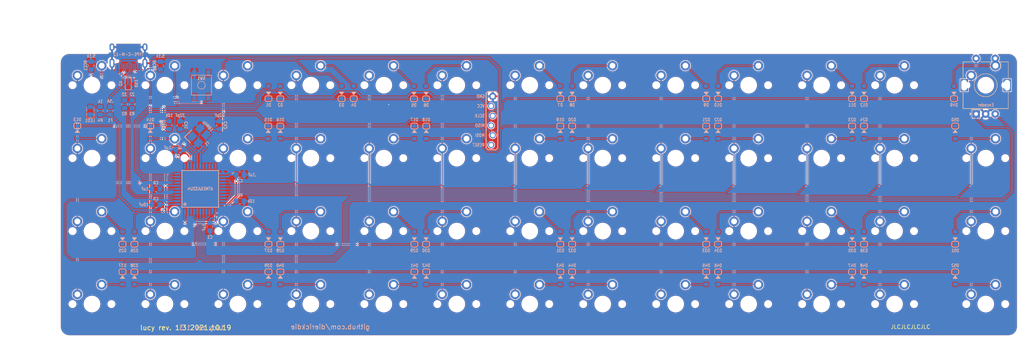
<source format=kicad_pcb>
(kicad_pcb (version 20171130) (host pcbnew "(5.1.4-0)")
  (layers (0 F.Cu signal) (31 B.Cu signal) (34 B.Paste user) (35 F.Paste user) (36 B.SilkS user) (37 F.SilkS user) (38 B.Mask user) (39 F.Mask user) (44 Edge.Cuts user))
  (net 0 "")
  (net 1 "Net-(D1-Pad2)")
  (net 2 "Net-(D2-Pad2)")
  (net 3 "Net-(D3-Pad2)")
  (net 4 "Net-(D4-Pad2)")
  (net 5 "Net-(D5-Pad2)")
  (net 6 "Net-(D6-Pad2)")
  (net 7 "Net-(D7-Pad2)")
  (net 8 "Net-(D8-Pad2)")
  (net 9 "Net-(D9-Pad2)")
  (net 10 "Net-(D10-Pad2)")
  (net 11 "Net-(D11-Pad2)")
  (net 12 "Net-(D12-Pad2)")
  (net 13 "Net-(D13-Pad2)")
  (net 14 "Net-(D14-Pad2)")
  (net 15 "Net-(D15-Pad2)")
  (net 16 "Net-(D16-Pad2)")
  (net 17 "Net-(D17-Pad2)")
  (net 18 "Net-(D18-Pad2)")
  (net 19 "Net-(D19-Pad2)")
  (net 20 "Net-(D20-Pad2)")
  (net 21 "Net-(D21-Pad2)")
  (net 22 "Net-(D22-Pad2)")
  (net 23 "Net-(D23-Pad2)")
  (net 24 "Net-(D24-Pad2)")
  (net 25 "Net-(D25-Pad2)")
  (net 26 "Net-(D26-Pad2)")
  (net 27 "Net-(D27-Pad2)")
  (net 28 "Net-(D28-Pad2)")
  (net 29 "Net-(D29-Pad2)")
  (net 30 "Net-(D30-Pad2)")
  (net 31 "Net-(D31-Pad2)")
  (net 32 "Net-(D32-Pad2)")
  (net 33 "Net-(D33-Pad2)")
  (net 34 "Net-(D34-Pad2)")
  (net 35 "Net-(D35-Pad2)")
  (net 36 "Net-(D36-Pad2)")
  (net 37 "Net-(D37-Pad2)")
  (net 38 "Net-(D38-Pad2)")
  (net 39 "Net-(D39-Pad2)")
  (net 40 "Net-(D40-Pad2)")
  (net 41 "Net-(D41-Pad2)")
  (net 42 "Net-(D42-Pad2)")
  (net 43 "Net-(D43-Pad2)")
  (net 44 "Net-(D44-Pad2)")
  (net 45 "Net-(D45-Pad2)")
  (net 46 "Net-(D46-Pad2)")
  (net 47 "Net-(D47-Pad2)")
  (net 48 "Net-(D48-Pad2)")
  (net 49 VCC)
  (net 50 "Net-(C6-Pad1)")
  (net 51 XTAL1)
  (net 52 XTAL2)
  (net 53 row0)
  (net 54 row1)
  (net 55 row2)
  (net 56 row3)
  (net 57 D-)
  (net 58 D+)
  (net 59 col0)
  (net 60 col1)
  (net 61 col2)
  (net 62 col3)
  (net 63 col4)
  (net 64 col5)
  (net 65 col6)
  (net 66 col7)
  (net 67 col8)
  (net 68 col9)
  (net 69 col10)
  (net 70 col11)
  (net 71 "Net-(R1-Pad2)")
  (net 72 VBUS)
  (net 73 "Net-(J1-PadB5)")
  (net 74 "Net-(J1-PadA5)")
  (net 75 ISP_Reset)
  (net 76 "Net-(D52-Pad2)")
  (net 77 col12)
  (net 78 GND)
  (net 79 "Net-(LED1-Pad2)")
  (net 80 DBUS-)
  (net 81 DBUS+)
  (net 82 enc0a)
  (net 83 enc0b)
  (net 84 "Net-(D49-Pad2)")
  (net 85 "Net-(D50-Pad2)")
  (net 86 "Net-(D51-Pad2)")
  (module Capacitor_SMD:C_0805_2012Metric_Pad1.15x1.40mm_HandSolder (layer B.Cu) (at 125.590625 76.55625)
    (fp_text reference C2 (at 0 1.6) (layer B.SilkS) (effects (font (size 0.8 0.7)) (justify mirror)))
    (fp_text value .1uF)
    (fp_text user %V (at 3.1 0 180) (layer B.SilkS) (effects (font (size 0.8 0.7)) (justify mirror)))
    (pad 2 smd roundrect (at 1.025 0) (size 1.15 1.4) (layers B.Cu B.Paste B.Mask) (roundrect_rratio 0.2173904347826087) (net 78 GND))
    (pad 1 smd roundrect (at -1.025 0) (size 1.15 1.4) (layers B.Cu B.Paste B.Mask) (roundrect_rratio 0.2173904347826087) (net 49 VCC))
  )
  (module Crystal:Crystal_SMD_3225-4Pin_3.2x2.5mm_HandSoldering (layer B.Cu) (at 114.890625 66.35625 45)
    (fp_text reference Y1 (at 0 2.969848 225) (layer B.SilkS) (effects (font (size 0.8 0.7)) (justify mirror)))
    (fp_text value 16MHz)
    (pad 1 smd rect (at -1.45 -1.15 45) (size 2.1 1.8) (layers B.Cu B.Paste B.Mask) (net 51 XTAL1))
    (pad 2 smd rect (at 1.45 -1.15 45) (size 2.1 1.8) (layers B.Cu B.Paste B.Mask) (net 78 GND))
    (pad 3 smd rect (at 1.45 1.15 45) (size 2.1 1.8) (layers B.Cu B.Paste B.Mask) (net 52 XTAL2))
    (pad 4 smd rect (at -1.45 1.15 45) (size 2.1 1.8) (layers B.Cu B.Paste B.Mask) (net 78 GND))
  )
  (module Capacitor_SMD:C_0805_2012Metric_Pad1.15x1.40mm_HandSolder (layer B.Cu) (at 117.690625 90.15625 270)
    (fp_text reference C1 (at 2.675 0 180) (layer B.SilkS) (effects (font (size 0.8 0.7)) (justify mirror)))
    (fp_text value .1uF)
    (fp_text user %V (at 0.025 1.5 270) (layer B.SilkS) (effects (font (size 0.8 0.7)) (justify mirror)))
    (pad 2 smd roundrect (at 1.025 0 270) (size 1.15 1.4) (layers B.Cu B.Paste B.Mask) (roundrect_rratio 0.2173904347826087) (net 78 GND))
    (pad 1 smd roundrect (at -1.025 0 270) (size 1.15 1.4) (layers B.Cu B.Paste B.Mask) (roundrect_rratio 0.2173904347826087) (net 49 VCC))
  )
  (module Keebio-Parts:SOT-143B (layer B.Cu) (at 96.390625 52.75625 270)
    (fp_text reference U2 (at 0 2 90) (layer B.SilkS) (effects (font (size 0.7 0.7)) (justify mirror)))
    (fp_text value PRTR5V0U2X hide)
    (fp_text user ESD (at 0 -2.1 90) (layer B.SilkS) (effects (font (size 0.7 0.7)) (justify mirror)))
    (pad 4 smd rect (at -0.95 1 270) (size 0.6 0.7) (layers B.Cu B.Paste B.Mask) (net 72 VBUS))
    (pad 3 smd rect (at 0.95 1 270) (size 0.6 0.7) (layers B.Cu B.Paste B.Mask) (net 80 DBUS-))
    (pad 2 smd rect (at 0.95 -1 270) (size 0.6 0.7) (layers B.Cu B.Paste B.Mask) (net 81 DBUS+))
    (pad 1 smd rect (at -0.75 -1 270) (size 1 0.7) (layers B.Cu B.Paste B.Mask) (net 78 GND))
  )
  (module Keeb_footprints:D_SOD-123_modified (layer B.Cu) (at 311.990625 55.05625 90)
    (fp_text reference D49 (at -3.302 0 180) (layer B.SilkS) (effects (font (size 0.8 0.7)) (justify mirror)))
    (fp_text value D)
    (pad 2 smd roundrect (at 1.65 0 90) (size 1 1.2) (layers B.Cu B.Paste B.Mask) (net 84 "Net-(D49-Pad2)"))
    (pad 1 smd roundrect (at -1.65 0 90) (size 1 1.2) (layers B.Cu B.Paste B.Mask) (net 53 row0))
  )
  (module Keeb_footprints:D_SOD-123_modified (layer B.Cu) (at 312.290625 93.05625 90)
    (fp_text reference D51 (at -3.302 0 180) (layer B.SilkS) (effects (font (size 0.8 0.7)) (justify mirror)))
    (fp_text value D)
    (pad 2 smd roundrect (at 1.65 0 90) (size 1 1.2) (layers B.Cu B.Paste B.Mask) (net 86 "Net-(D51-Pad2)"))
    (pad 1 smd roundrect (at -1.65 0 90) (size 1 1.2) (layers B.Cu B.Paste B.Mask) (net 55 row2))
  )
  (module Keeb_footprints:MX100 (layer F.Cu) (at 320.252785 72.24407 180)
    (fp_text reference K50)
    (fp_text value KEYSW)
    (pad 1 thru_hole circle (at 3.7846 2.5527 90) (size 2.54 2.54) (drill 1.525) (layers *.Cu *.Mask) (net 77 col12))
    (pad 2 thru_hole circle (at -2.5654 5.0927 180) (size 2.54 2.54) (drill 1.525) (layers *.Cu *.Mask) (net 85 "Net-(D50-Pad2)"))
    (pad "" np_thru_hole circle (at -5.1054 0.0127 180) (size 1.7018 1.7018) (drill 1.7018) (layers *.Cu *.Mask))
    (pad "" np_thru_hole circle (at 5.0546 0.0127 180) (size 1.7018 1.7018) (drill 1.7018) (layers *.Cu *.Mask))
    (pad "" np_thru_hole circle (at -0.0254 0.0127 180) (size 3.9878 3.9878) (drill 3.9878) (layers *.Cu *.Mask))
  )
  (module Keeb_footprints:MX100 (layer F.Cu) (at 124.990225 53.19395 180)
    (fp_text reference K3)
    (fp_text value KEYSW)
    (pad 1 thru_hole circle (at 3.7846 2.5527 90) (size 2.54 2.54) (drill 1.525) (layers *.Cu *.Mask) (net 61 col2))
    (pad 2 thru_hole circle (at -2.5654 5.0927 180) (size 2.54 2.54) (drill 1.525) (layers *.Cu *.Mask) (net 3 "Net-(D3-Pad2)"))
    (pad "" np_thru_hole circle (at -5.1054 0.0127 180) (size 1.7018 1.7018) (drill 1.7018) (layers *.Cu *.Mask))
    (pad "" np_thru_hole circle (at 5.0546 0.0127 180) (size 1.7018 1.7018) (drill 1.7018) (layers *.Cu *.Mask))
    (pad "" np_thru_hole circle (at -0.0254 0.0127 180) (size 3.9878 3.9878) (drill 3.9878) (layers *.Cu *.Mask))
  )
  (module Keeb_footprints:MX100 (layer F.Cu) (at 320.252785 110.34423 180)
    (fp_text reference K52)
    (fp_text value KEYSW)
    (pad 1 thru_hole circle (at 3.7846 2.5527 90) (size 2.54 2.54) (drill 1.525) (layers *.Cu *.Mask) (net 77 col12))
    (pad 2 thru_hole circle (at -2.5654 5.0927 180) (size 2.54 2.54) (drill 1.525) (layers *.Cu *.Mask) (net 76 "Net-(D52-Pad2)"))
    (pad "" np_thru_hole circle (at -5.1054 0.0127 180) (size 1.7018 1.7018) (drill 1.7018) (layers *.Cu *.Mask))
    (pad "" np_thru_hole circle (at 5.0546 0.0127 180) (size 1.7018 1.7018) (drill 1.7018) (layers *.Cu *.Mask))
    (pad "" np_thru_hole circle (at -0.0254 0.0127 180) (size 3.9878 3.9878) (drill 3.9878) (layers *.Cu *.Mask))
  )
  (module Keeb_footprints:D_SOD-123_modified (layer B.Cu) (at 97.990625 93.05625 90)
    (fp_text reference D26 (at -3.302 0 180) (layer B.SilkS) (effects (font (size 0.8 0.7)) (justify mirror)))
    (fp_text value D)
    (pad 2 smd roundrect (at 1.65 0 90) (size 1 1.2) (layers B.Cu B.Paste B.Mask) (net 26 "Net-(D26-Pad2)"))
    (pad 1 smd roundrect (at -1.65 0 90) (size 1 1.2) (layers B.Cu B.Paste B.Mask) (net 55 row2))
  )
  (module LED_SMD:LED_0805_2012Metric_Pad1.15x1.40mm_HandSolder (layer B.Cu) (at 86.490625 59.85 90)
    (fp_text reference LED1 (at -2.55 -0.1 180) (layer B.SilkS) (effects (font (size 0.8 0.7)) (justify mirror)))
    (fp_text value LED)
    (pad 2 smd roundrect (at 1.025 0 90) (size 1.15 1.4) (layers B.Cu B.Paste B.Mask) (roundrect_rratio 0.2173904347826087) (net 79 "Net-(LED1-Pad2)"))
    (pad 1 smd roundrect (at -1.025 0 90) (size 1.15 1.4) (layers B.Cu B.Paste B.Mask) (roundrect_rratio 0.2173904347826087) (net 78 GND))
  )
  (module Keeb_footprints:D_SOD-123_modified (layer B.Cu) (at 247.290625 55.05625 90)
    (fp_text reference D9 (at -3.302 0 180) (layer B.SilkS) (effects (font (size 0.8 0.7)) (justify mirror)))
    (fp_text value D)
    (pad 2 smd roundrect (at 1.65 0 90) (size 1 1.2) (layers B.Cu B.Paste B.Mask) (net 9 "Net-(D9-Pad2)"))
    (pad 1 smd roundrect (at -1.65 0 90) (size 1 1.2) (layers B.Cu B.Paste B.Mask) (net 53 row0))
  )
  (module Keebio-Parts:RotaryEncoder_EC11 (layer F.Cu) (at 320.252725 53.19395 90)
    (fp_text reference SW2)
    (fp_text value Rotary_Encoder_Switch)
    (pad A thru_hole rect (at -7.5 -2.5 90) (size 2 2) (drill 1) (layers *.Cu *.Mask) (net 82 enc0a))
    (pad C thru_hole circle (at -7.5 0 90) (size 2 2) (drill 1) (layers *.Cu *.Mask) (net 78 GND))
    (pad B thru_hole circle (at -7.5 2.5 90) (size 2 2) (drill 1) (layers *.Cu *.Mask) (net 83 enc0b))
    (pad MP thru_hole rect (at 0 -5.6 90) (size 3.2 2) (drill oval 2.8 1.5) (layers *.Cu *.Mask))
    (pad MP thru_hole rect (at 0 5.6 90) (size 3.2 2) (drill oval 2.8 1.5) (layers *.Cu *.Mask))
    (pad S2 thru_hole circle (at 7 -2.5 90) (size 2 2) (drill 1) (layers *.Cu *.Mask) (net 77 col12))
    (pad S1 thru_hole circle (at 7 2.5 90) (size 2 2) (drill 1) (layers *.Cu *.Mask) (net 84 "Net-(D49-Pad2)"))
  )
  (module Resistor_SMD:R_0805_2012Metric_Pad1.15x1.40mm_HandSolder (layer B.Cu) (at 89.090625 59.85625 270)
    (fp_text reference R4 (at 2.512 0.003 180) (layer B.SilkS) (effects (font (size 0.8 0.7)) (justify mirror)))
    (fp_text value 1k)
    (fp_text user %V (at -2.438 0 180) (layer B.SilkS) (effects (font (size 0.8 0.7)) (justify mirror)))
    (pad 2 smd roundrect (at 1.025 0 270) (size 1.15 1.4) (layers B.Cu B.Paste B.Mask) (roundrect_rratio 0.2173904347826087) (net 49 VCC))
    (pad 1 smd roundrect (at -1.025 0 270) (size 1.15 1.4) (layers B.Cu B.Paste B.Mask) (roundrect_rratio 0.2173904347826087) (net 79 "Net-(LED1-Pad2)"))
  )
  (module Resistor_SMD:R_0805_2012Metric_Pad1.15x1.40mm_HandSolder (layer B.Cu) (at 107.090625 63.65625 270)
    (fp_text reference RSW1 (at 0 1.7 90) (layer B.SilkS) (effects (font (size 0.8 0.7)) (justify mirror)))
    (fp_text value 10k)
    (fp_text user %V (at -2.6 0) (layer B.SilkS) (effects (font (size 0.8 0.7)) (justify mirror)))
    (pad 2 smd roundrect (at 1.025 0 270) (size 1.15 1.4) (layers B.Cu B.Paste B.Mask) (roundrect_rratio 0.2173904347826087) (net 49 VCC))
    (pad 1 smd roundrect (at -1.025 0 270) (size 1.15 1.4) (layers B.Cu B.Paste B.Mask) (roundrect_rratio 0.2173904347826087) (net 75 ISP_Reset))
  )
  (module Resistor_SMD:R_0805_2012Metric_Pad1.15x1.40mm_HandSolder (layer B.Cu) (at 104.790625 48.05625 270)
    (fp_text reference RCC2 (at 0 1.5 90) (layer B.SilkS) (effects (font (size 0.8 0.7)) (justify mirror)))
    (fp_text value 5.1k)
    (fp_text user %V (at -2.475002 0.028999 180) (layer B.SilkS) (effects (font (size 0.8 0.7)) (justify mirror)))
    (pad 2 smd roundrect (at 1.025 0 270) (size 1.15 1.4) (layers B.Cu B.Paste B.Mask) (roundrect_rratio 0.2173904347826087) (net 73 "Net-(J1-PadB5)"))
    (pad 1 smd roundrect (at -1.025 0 270) (size 1.15 1.4) (layers B.Cu B.Paste B.Mask) (roundrect_rratio 0.2173904347826087) (net 78 GND))
  )
  (module Resistor_SMD:R_0805_2012Metric_Pad1.15x1.40mm_HandSolder (layer B.Cu) (at 86.690625 48.05 270)
    (fp_text reference RCC1 (at 0 1.45 90) (layer B.SilkS) (effects (font (size 0.8 0.7)) (justify mirror)))
    (fp_text value 5.1k)
    (fp_text user %V (at -2.475002 0 180) (layer B.SilkS) (effects (font (size 0.8 0.7)) (justify mirror)))
    (pad 1 smd roundrect (at -1.025 0 270) (size 1.15 1.4) (layers B.Cu B.Paste B.Mask) (roundrect_rratio 0.2173904347826087) (net 78 GND))
    (pad 2 smd roundrect (at 1.025 0 270) (size 1.15 1.4) (layers B.Cu B.Paste B.Mask) (roundrect_rratio 0.2173904347826087) (net 74 "Net-(J1-PadA5)"))
  )
  (module Resistor_SMD:R_0805_2012Metric_Pad1.15x1.40mm_HandSolder (layer B.Cu) (at 97.390625 58.15625 90)
    (fp_text reference R3 (at -2.491998 -0.004999) (layer B.SilkS) (effects (font (size 0.8 0.7)) (justify mirror)))
    (fp_text value 22)
    (fp_text user %V (at 2.549002 0 180) (layer B.SilkS) (effects (font (size 0.8 0.7)) (justify mirror)))
    (pad 2 smd roundrect (at 1.025 0 90) (size 1.15 1.4) (layers B.Cu B.Paste B.Mask) (roundrect_rratio 0.2173904347826087) (net 81 DBUS+))
    (pad 1 smd roundrect (at -1.025 0 90) (size 1.15 1.4) (layers B.Cu B.Paste B.Mask) (roundrect_rratio 0.2173904347826087) (net 58 D+))
  )
  (module Resistor_SMD:R_0805_2012Metric_Pad1.15x1.40mm_HandSolder (layer B.Cu) (at 95.390625 58.15625 90)
    (fp_text reference R2 (at -2.476 0.004) (layer B.SilkS) (effects (font (size 0.8 0.7)) (justify mirror)))
    (fp_text value 22)
    (fp_text user %V (at 2.54 0 180) (layer B.SilkS) (effects (font (size 0.8 0.7)) (justify mirror)))
    (pad 2 smd roundrect (at 1.025 0 90) (size 1.15 1.4) (layers B.Cu B.Paste B.Mask) (roundrect_rratio 0.2173904347826087) (net 80 DBUS-))
    (pad 1 smd roundrect (at -1.025 0 90) (size 1.15 1.4) (layers B.Cu B.Paste B.Mask) (roundrect_rratio 0.2173904347826087) (net 57 D-))
  )
  (module Resistor_SMD:R_0805_2012Metric_Pad1.15x1.40mm_HandSolder (layer B.Cu) (at 125.590625 83.45625 180)
    (fp_text reference R1 (at 0 1.5) (layer B.SilkS) (effects (font (size 0.8 0.7)) (justify mirror)))
    (fp_text value 10k)
    (fp_text user %V (at -2.9 0 180) (layer B.SilkS) (effects (font (size 0.8 0.7)) (justify mirror)))
    (pad 2 smd roundrect (at 1.025 0 180) (size 1.15 1.4) (layers B.Cu B.Paste B.Mask) (roundrect_rratio 0.2173904347826087) (net 71 "Net-(R1-Pad2)"))
    (pad 1 smd roundrect (at -1.025 0 180) (size 1.15 1.4) (layers B.Cu B.Paste B.Mask) (roundrect_rratio 0.2173904347826087) (net 78 GND))
  )
  (module Capacitor_SMD:C_0805_2012Metric_Pad1.15x1.40mm_HandSolder (layer B.Cu) (at 109.890625 69.95625 180)
    (fp_text reference C3 (at 0.7 -1.7) (layer B.SilkS) (effects (font (size 0.8 0.7)) (justify mirror)))
    (fp_text value .1uF)
    (fp_text user %V (at 3.1 0.5) (layer B.SilkS) (effects (font (size 0.8 0.7)) (justify mirror)))
    (pad 2 smd roundrect (at 1.025 0 180) (size 1.15 1.4) (layers B.Cu B.Paste B.Mask) (roundrect_rratio 0.2173904347826087) (net 78 GND))
    (pad 1 smd roundrect (at -1.025 0 180) (size 1.15 1.4) (layers B.Cu B.Paste B.Mask) (roundrect_rratio 0.2173904347826087) (net 49 VCC))
  )
  (module Capacitor_SMD:C_0805_2012Metric_Pad1.15x1.40mm_HandSolder (layer B.Cu) (at 103.590625 84.35625 180)
    (fp_text reference C5 (at 0 1.5 180) (layer B.SilkS) (effects (font (size 0.8 0.7)) (justify mirror)))
    (fp_text value 10uF)
    (fp_text user %V (at 3.2 0 180) (layer B.SilkS) (effects (font (size 0.8 0.7)) (justify mirror)))
    (pad 2 smd roundrect (at 1.025 0 180) (size 1.15 1.4) (layers B.Cu B.Paste B.Mask) (roundrect_rratio 0.2173904347826087) (net 78 GND))
    (pad 1 smd roundrect (at -1.025 0 180) (size 1.15 1.4) (layers B.Cu B.Paste B.Mask) (roundrect_rratio 0.2173904347826087) (net 49 VCC))
  )
  (module Capacitor_SMD:C_0805_2012Metric_Pad1.15x1.40mm_HandSolder (layer B.Cu) (at 109.890625 63.65625 90)
    (fp_text reference CX1 (at 0 1.6 90) (layer B.SilkS) (effects (font (size 0.8 0.7)) (justify mirror)))
    (fp_text value 22pF)
    (fp_text user %V (at 2.6 0 180) (layer B.SilkS) (effects (font (size 0.8 0.7)) (justify mirror)))
    (pad 2 smd roundrect (at 1.025 0 90) (size 1.15 1.4) (layers B.Cu B.Paste B.Mask) (roundrect_rratio 0.2173904347826087) (net 78 GND))
    (pad 1 smd roundrect (at -1.025 0 90) (size 1.15 1.4) (layers B.Cu B.Paste B.Mask) (roundrect_rratio 0.2173904347826087) (net 51 XTAL1))
  )
  (module Capacitor_SMD:C_0805_2012Metric_Pad1.15x1.40mm_HandSolder (layer B.Cu) (at 120.190625 63.65625 90)
    (fp_text reference CX2 (at 0 1.6 270) (layer B.SilkS) (effects (font (size 0.8 0.7)) (justify mirror)))
    (fp_text value 22pF)
    (fp_text user %V (at 2.6 0 180) (layer B.SilkS) (effects (font (size 0.8 0.7)) (justify mirror)))
    (pad 2 smd roundrect (at 1.025 0 90) (size 1.15 1.4) (layers B.Cu B.Paste B.Mask) (roundrect_rratio 0.2173904347826087) (net 78 GND))
    (pad 1 smd roundrect (at -1.025 0 90) (size 1.15 1.4) (layers B.Cu B.Paste B.Mask) (roundrect_rratio 0.2173904347826087) (net 52 XTAL2))
  )
  (module Capacitor_SMD:C_0805_2012Metric_Pad1.15x1.40mm_HandSolder (layer B.Cu) (at 103.590625 80.25625 180)
    (fp_text reference C6 (at 0 1.6) (layer B.SilkS) (effects (font (size 0.8 0.7)) (justify mirror)))
    (fp_text value 1uF)
    (fp_text user %V (at 2.9 0 180) (layer B.SilkS) (effects (font (size 0.8 0.7)) (justify mirror)))
    (pad 2 smd roundrect (at 1.025 0 180) (size 1.15 1.4) (layers B.Cu B.Paste B.Mask) (roundrect_rratio 0.2173904347826087) (net 78 GND))
    (pad 1 smd roundrect (at -1.025 0 180) (size 1.15 1.4) (layers B.Cu B.Paste B.Mask) (roundrect_rratio 0.2173904347826087) (net 50 "Net-(C6-Pad1)"))
  )
  (module Fuse:Fuse_0805_2012Metric_Pad1.15x1.40mm_HandSolder (layer B.Cu) (at 91.690625 59.85625 90)
    (fp_text reference F1 (at -2.469 -0.012 180) (layer B.SilkS) (effects (font (size 0.8 0.7)) (justify mirror)))
    (fp_text value .5A)
    (fp_text user %V (at 2.54 0 180) (layer B.SilkS) (effects (font (size 0.8 0.7)) (justify mirror)))
    (pad 2 smd roundrect (at 1.025 0 90) (size 1.15 1.4) (layers B.Cu B.Paste B.Mask) (roundrect_rratio 0.2173904347826087) (net 72 VBUS))
    (pad 1 smd roundrect (at -1.025 0 90) (size 1.15 1.4) (layers B.Cu B.Paste B.Mask) (roundrect_rratio 0.2173904347826087) (net 49 VCC))
  )
  (module Keeb_footprints:PIN_HEADER_1x6_OFFSET (layer B.Cu) (at 191.3432 62.45 180)
    (fp_text reference J2)
    (fp_text value AVR-ISP-6_mod hide)
    (fp_text user GND (at 1.7907 6.3627) (layer B.SilkS) (effects (font (size 0.8 0.7)) (justify left mirror)))
    (fp_text user VCC (at 1.7907 3.8227) (layer B.SilkS) (effects (font (size 0.8 0.7)) (justify left mirror)))
    (fp_text user RESET (at 1.778 -6.35) (layer B.SilkS) (effects (font (size 0.8 0.7)) (justify left mirror)))
    (fp_text user SCLK (at 1.778 1.27) (layer B.SilkS) (effects (font (size 0.8 0.7)) (justify left mirror)))
    (fp_text user MOSI (at 1.778 -3.81) (layer B.SilkS) (effects (font (size 0.8 0.7)) (justify left mirror)))
    (fp_text user MISO (at 1.778 -1.27) (layer B.SilkS) (effects (font (size 0.8 0.7)) (justify left mirror)))
    (pad 6 thru_hole roundrect (at -0.2032 6.35 180) (size 1.6002 1.6002) (drill 1.0668) (layers *.Cu *.Mask) (net 78 GND))
    (pad 2 thru_hole circle (at 0.2032 3.81 180) (size 1.6002 1.6002) (drill 1.0668) (layers *.Cu *.Mask) (net 49 VCC))
    (pad 5 thru_hole circle (at -0.2032 1.27 180) (size 1.6002 1.6002) (drill 1.0668) (layers *.Cu *.Mask) (net 60 col1))
    (pad 3 thru_hole circle (at 0.2032 -1.27 180) (size 1.6002 1.6002) (drill 1.0668) (layers *.Cu *.Mask) (net 61 col2))
    (pad 4 thru_hole circle (at -0.2032 -3.81 180) (size 1.6002 1.6002) (drill 1.0668) (layers *.Cu *.Mask) (net 53 row0))
    (pad 1 thru_hole circle (at 0.2032 -6.35 180) (size 1.6002 1.6002) (drill 1.0668) (layers *.Cu *.Mask) (net 75 ISP_Reset))
  )
  (module Keebio-Parts:ATMEGA32U4-AU (layer B.Cu) (at 115.190625 80.25625)
    (fp_text reference U1)
    (fp_text value ATMEGA32U4 (at 0 -0.0205) (layer B.SilkS) (effects (font (size 0.8 0.7)) (justify mirror)))
    (pad 44 smd rect (at -4 5.9) (size 0.5 1.5) (layers B.Cu B.Paste B.Mask) (net 49 VCC))
    (pad 43 smd rect (at -3.2 5.9) (size 0.5 1.5) (layers B.Cu B.Paste B.Mask) (net 78 GND))
    (pad 42 smd rect (at -2.4 5.9) (size 0.5 1.5) (layers B.Cu B.Paste B.Mask))
    (pad 41 smd rect (at -1.6 5.9) (size 0.5 1.5) (layers B.Cu B.Paste B.Mask) (net 54 row1))
    (pad 40 smd rect (at -0.8 5.9) (size 0.5 1.5) (layers B.Cu B.Paste B.Mask) (net 56 row3))
    (pad 39 smd rect (at 0 5.9) (size 0.5 1.5) (layers B.Cu B.Paste B.Mask) (net 83 enc0b))
    (pad 38 smd rect (at 0.8 5.9) (size 0.5 1.5) (layers B.Cu B.Paste B.Mask) (net 82 enc0a))
    (pad 37 smd rect (at 1.6 5.9) (size 0.5 1.5) (layers B.Cu B.Paste B.Mask) (net 77 col12))
    (pad 36 smd rect (at 2.4 5.9) (size 0.5 1.5) (layers B.Cu B.Paste B.Mask) (net 70 col11))
    (pad 35 smd rect (at 3.2 5.9) (size 0.5 1.5) (layers B.Cu B.Paste B.Mask) (net 78 GND))
    (pad 34 smd rect (at 4 5.9) (size 0.5 1.5) (layers B.Cu B.Paste B.Mask) (net 49 VCC))
    (pad 33 smd rect (at 5.9 4) (size 1.5 0.5) (layers B.Cu B.Paste B.Mask) (net 71 "Net-(R1-Pad2)"))
    (pad 32 smd rect (at 5.9 3.2) (size 1.5 0.5) (layers B.Cu B.Paste B.Mask) (net 69 col10))
    (pad 31 smd rect (at 5.9 2.4) (size 1.5 0.5) (layers B.Cu B.Paste B.Mask) (net 68 col9))
    (pad 30 smd rect (at 5.9 1.6) (size 1.5 0.5) (layers B.Cu B.Paste B.Mask) (net 67 col8))
    (pad 29 smd rect (at 5.9 0.8) (size 1.5 0.5) (layers B.Cu B.Paste B.Mask) (net 66 col7))
    (pad 28 smd rect (at 5.9 0) (size 1.5 0.5) (layers B.Cu B.Paste B.Mask) (net 65 col6))
    (pad 27 smd rect (at 5.9 -0.8) (size 1.5 0.5) (layers B.Cu B.Paste B.Mask) (net 64 col5))
    (pad 26 smd rect (at 5.9 -1.6) (size 1.5 0.5) (layers B.Cu B.Paste B.Mask) (net 63 col4))
    (pad 25 smd rect (at 5.9 -2.4) (size 1.5 0.5) (layers B.Cu B.Paste B.Mask) (net 62 col3))
    (pad 24 smd rect (at 5.9 -3.2) (size 1.5 0.5) (layers B.Cu B.Paste B.Mask) (net 49 VCC))
    (pad 23 smd rect (at 5.9 -4) (size 1.5 0.5) (layers B.Cu B.Paste B.Mask) (net 78 GND))
    (pad 22 smd rect (at 4 -5.9) (size 0.5 1.5) (layers B.Cu B.Paste B.Mask))
    (pad 21 smd rect (at 3.2 -5.9) (size 0.5 1.5) (layers B.Cu B.Paste B.Mask))
    (pad 20 smd rect (at 2.4 -5.9) (size 0.5 1.5) (layers B.Cu B.Paste B.Mask))
    (pad 19 smd rect (at 1.6 -5.9) (size 0.5 1.5) (layers B.Cu B.Paste B.Mask))
    (pad 18 smd rect (at 0.8 -5.9) (size 0.5 1.5) (layers B.Cu B.Paste B.Mask))
    (pad 17 smd rect (at 0 -5.9) (size 0.5 1.5) (layers B.Cu B.Paste B.Mask) (net 52 XTAL2))
    (pad 16 smd rect (at -0.8 -5.9) (size 0.5 1.5) (layers B.Cu B.Paste B.Mask) (net 51 XTAL1))
    (pad 15 smd rect (at -1.6 -5.9) (size 0.5 1.5) (layers B.Cu B.Paste B.Mask) (net 78 GND))
    (pad 14 smd rect (at -2.4 -5.9) (size 0.5 1.5) (layers B.Cu B.Paste B.Mask) (net 49 VCC))
    (pad 13 smd rect (at -3.2 -5.9) (size 0.5 1.5) (layers B.Cu B.Paste B.Mask) (net 75 ISP_Reset))
    (pad 12 smd rect (at -4 -5.9) (size 0.5 1.5) (layers B.Cu B.Paste B.Mask))
    (pad 11 smd rect (at -5.9 -4) (size 1.5 0.5) (layers B.Cu B.Paste B.Mask) (net 61 col2))
    (pad 10 smd rect (at -5.9 -3.2) (size 1.5 0.5) (layers B.Cu B.Paste B.Mask) (net 53 row0))
    (pad 9 smd rect (at -5.9 -2.4) (size 1.5 0.5) (layers B.Cu B.Paste B.Mask) (net 60 col1))
    (pad 8 smd rect (at -5.9 -1.6) (size 1.5 0.5) (layers B.Cu B.Paste B.Mask) (net 59 col0))
    (pad 7 smd rect (at -5.9 -0.8) (size 1.5 0.5) (layers B.Cu B.Paste B.Mask) (net 49 VCC))
    (pad 6 smd rect (at -5.9 0) (size 1.5 0.5) (layers B.Cu B.Paste B.Mask) (net 50 "Net-(C6-Pad1)"))
    (pad 5 smd rect (at -5.9 0.8) (size 1.5 0.5) (layers B.Cu B.Paste B.Mask) (net 78 GND))
    (pad 4 smd rect (at -5.9 1.6) (size 1.5 0.5) (layers B.Cu B.Paste B.Mask) (net 58 D+))
    (pad 3 smd rect (at -5.9 2.4) (size 1.5 0.5) (layers B.Cu B.Paste B.Mask) (net 57 D-))
    (pad 2 smd rect (at -5.9 3.2) (size 1.5 0.5) (layers B.Cu B.Paste B.Mask) (net 49 VCC))
    (pad 1 smd rect (at -5.9 4) (size 1.5 0.5) (layers B.Cu B.Paste B.Mask) (net 55 row2))
  )
  (module Keeb_footprints:D_SOD-123_modified (layer B.Cu) (at 132.999835 55.04995 90)
    (fp_text reference D1 (at -3.302 0 180) (layer B.SilkS) (effects (font (size 0.8 0.7)) (justify mirror)))
    (fp_text value D)
    (pad 2 smd roundrect (at 1.65 0 90) (size 1 1.2) (layers B.Cu B.Paste B.Mask) (net 1 "Net-(D1-Pad2)"))
    (pad 1 smd roundrect (at -1.65 0 90) (size 1 1.2) (layers B.Cu B.Paste B.Mask) (net 53 row0))
  )
  (module Keeb_footprints:D_SOD-123_modified (layer B.Cu) (at 136.090625 55.05625 90)
    (fp_text reference D2 (at -3.302 0 180) (layer B.SilkS) (effects (font (size 0.8 0.7)) (justify mirror)))
    (fp_text value D)
    (pad 2 smd roundrect (at 1.65 0 90) (size 1 1.2) (layers B.Cu B.Paste B.Mask) (net 2 "Net-(D2-Pad2)"))
    (pad 1 smd roundrect (at -1.65 0 90) (size 1 1.2) (layers B.Cu B.Paste B.Mask) (net 53 row0))
  )
  (module Keeb_footprints:D_SOD-123_modified (layer B.Cu) (at 152.085999 55.05625 90)
    (fp_text reference D3 (at -3.302 0 180) (layer B.SilkS) (effects (font (size 0.8 0.7)) (justify mirror)))
    (fp_text value D)
    (pad 2 smd roundrect (at 1.65 0 90) (size 1 1.2) (layers B.Cu B.Paste B.Mask) (net 3 "Net-(D3-Pad2)"))
    (pad 1 smd roundrect (at -1.65 0 90) (size 1 1.2) (layers B.Cu B.Paste B.Mask) (net 53 row0))
  )
  (module Keeb_footprints:D_SOD-123_modified (layer B.Cu) (at 155.260999 55.05625 90)
    (fp_text reference D4 (at -3.302 0 180) (layer B.SilkS) (effects (font (size 0.8 0.7)) (justify mirror)))
    (fp_text value D)
    (pad 2 smd roundrect (at 1.65 0 90) (size 1 1.2) (layers B.Cu B.Paste B.Mask) (net 4 "Net-(D4-Pad2)"))
    (pad 1 smd roundrect (at -1.65 0 90) (size 1 1.2) (layers B.Cu B.Paste B.Mask) (net 53 row0))
  )
  (module Keeb_footprints:D_SOD-123_modified (layer B.Cu) (at 170.985999 55.083377 90)
    (fp_text reference D5 (at -3.302 0 180) (layer B.SilkS) (effects (font (size 0.8 0.7)) (justify mirror)))
    (fp_text value D)
    (pad 2 smd roundrect (at 1.65 0 90) (size 1 1.2) (layers B.Cu B.Paste B.Mask) (net 5 "Net-(D5-Pad2)"))
    (pad 1 smd roundrect (at -1.65 0 90) (size 1 1.2) (layers B.Cu B.Paste B.Mask) (net 53 row0))
  )
  (module Keeb_footprints:D_SOD-123_modified (layer B.Cu) (at 174.160999 55.083377 90)
    (fp_text reference D6 (at -3.302 0 180) (layer B.SilkS) (effects (font (size 0.8 0.7)) (justify mirror)))
    (fp_text value D)
    (pad 2 smd roundrect (at 1.65 0 90) (size 1 1.2) (layers B.Cu B.Paste B.Mask) (net 6 "Net-(D6-Pad2)"))
    (pad 1 smd roundrect (at -1.65 0 90) (size 1 1.2) (layers B.Cu B.Paste B.Mask) (net 53 row0))
  )
  (module Keeb_footprints:D_SOD-123_modified (layer B.Cu) (at 209.190625 55.05625 90)
    (fp_text reference D7 (at -3.302 0 180) (layer B.SilkS) (effects (font (size 0.8 0.7)) (justify mirror)))
    (fp_text value D)
    (pad 2 smd roundrect (at 1.65 0 90) (size 1 1.2) (layers B.Cu B.Paste B.Mask) (net 7 "Net-(D7-Pad2)"))
    (pad 1 smd roundrect (at -1.65 0 90) (size 1 1.2) (layers B.Cu B.Paste B.Mask) (net 53 row0))
  )
  (module Keeb_footprints:D_SOD-123_modified (layer B.Cu) (at 212.290625 55.05625 90)
    (fp_text reference D8 (at -3.302 0 180) (layer B.SilkS) (effects (font (size 0.8 0.7)) (justify mirror)))
    (fp_text value D)
    (pad 2 smd roundrect (at 1.65 0 90) (size 1 1.2) (layers B.Cu B.Paste B.Mask) (net 8 "Net-(D8-Pad2)"))
    (pad 1 smd roundrect (at -1.65 0 90) (size 1 1.2) (layers B.Cu B.Paste B.Mask) (net 53 row0))
  )
  (module Keeb_footprints:D_SOD-123_modified (layer B.Cu) (at 250.390625 55.05625 90)
    (fp_text reference D10 (at -3.302 0 180) (layer B.SilkS) (effects (font (size 0.8 0.7)) (justify mirror)))
    (fp_text value D)
    (pad 2 smd roundrect (at 1.65 0 90) (size 1 1.2) (layers B.Cu B.Paste B.Mask) (net 10 "Net-(D10-Pad2)"))
    (pad 1 smd roundrect (at -1.65 0 90) (size 1 1.2) (layers B.Cu B.Paste B.Mask) (net 53 row0))
  )
  (module Keeb_footprints:D_SOD-123_modified (layer B.Cu) (at 285.390625 55.05625 90)
    (fp_text reference D11 (at -3.302 0 180) (layer B.SilkS) (effects (font (size 0.8 0.7)) (justify mirror)))
    (fp_text value D)
    (pad 2 smd roundrect (at 1.65 0 90) (size 1 1.2) (layers B.Cu B.Paste B.Mask) (net 11 "Net-(D11-Pad2)"))
    (pad 1 smd roundrect (at -1.65 0 90) (size 1 1.2) (layers B.Cu B.Paste B.Mask) (net 53 row0))
  )
  (module Keeb_footprints:D_SOD-123_modified (layer B.Cu) (at 83.090625 65.45625 270)
    (fp_text reference D13 (at -3.302 0 180) (layer B.SilkS) (effects (font (size 0.8 0.7)) (justify mirror)))
    (fp_text value D)
    (pad 2 smd roundrect (at 1.65 0 270) (size 1 1.2) (layers B.Cu B.Paste B.Mask) (net 13 "Net-(D13-Pad2)"))
    (pad 1 smd roundrect (at -1.65 0 270) (size 1 1.2) (layers B.Cu B.Paste B.Mask) (net 54 row1))
  )
  (module Keeb_footprints:D_SOD-123_modified (layer B.Cu) (at 102.140625 65.50625 270)
    (fp_text reference D14 (at -3.302 0 180) (layer B.SilkS) (effects (font (size 0.8 0.7)) (justify mirror)))
    (fp_text value D)
    (pad 2 smd roundrect (at 1.65 0 270) (size 1 1.2) (layers B.Cu B.Paste B.Mask) (net 14 "Net-(D14-Pad2)"))
    (pad 1 smd roundrect (at -1.65 0 270) (size 1 1.2) (layers B.Cu B.Paste B.Mask) (net 54 row1))
  )
  (module Keeb_footprints:D_SOD-123_modified (layer B.Cu) (at 132.940625 65.50625 270)
    (fp_text reference D15 (at -3.302 0 180) (layer B.SilkS) (effects (font (size 0.8 0.7)) (justify mirror)))
    (fp_text value D)
    (pad 2 smd roundrect (at 1.65 0 270) (size 1 1.2) (layers B.Cu B.Paste B.Mask) (net 15 "Net-(D15-Pad2)"))
    (pad 1 smd roundrect (at -1.65 0 270) (size 1 1.2) (layers B.Cu B.Paste B.Mask) (net 54 row1))
  )
  (module Keeb_footprints:D_SOD-123_modified (layer B.Cu) (at 136.090625 65.50625 270)
    (fp_text reference D16 (at -3.302 0 180) (layer B.SilkS) (effects (font (size 0.8 0.7)) (justify mirror)))
    (fp_text value D)
    (pad 2 smd roundrect (at 1.65 0 270) (size 1 1.2) (layers B.Cu B.Paste B.Mask) (net 16 "Net-(D16-Pad2)"))
    (pad 1 smd roundrect (at -1.65 0 270) (size 1 1.2) (layers B.Cu B.Paste B.Mask) (net 54 row1))
  )
  (module Keeb_footprints:D_SOD-123_modified (layer B.Cu) (at 171.090625 65.50625 270)
    (fp_text reference D17 (at -3.302 0 180) (layer B.SilkS) (effects (font (size 0.8 0.7)) (justify mirror)))
    (fp_text value D)
    (pad 2 smd roundrect (at 1.65 0 270) (size 1 1.2) (layers B.Cu B.Paste B.Mask) (net 17 "Net-(D17-Pad2)"))
    (pad 1 smd roundrect (at -1.65 0 270) (size 1 1.2) (layers B.Cu B.Paste B.Mask) (net 54 row1))
  )
  (module Keeb_footprints:D_SOD-123_modified (layer B.Cu) (at 174.190625 65.50625 270)
    (fp_text reference D18 (at -3.302 0 180) (layer B.SilkS) (effects (font (size 0.8 0.7)) (justify mirror)))
    (fp_text value D)
    (pad 2 smd roundrect (at 1.65 0 270) (size 1 1.2) (layers B.Cu B.Paste B.Mask) (net 18 "Net-(D18-Pad2)"))
    (pad 1 smd roundrect (at -1.65 0 270) (size 1 1.2) (layers B.Cu B.Paste B.Mask) (net 54 row1))
  )
  (module Keeb_footprints:D_SOD-123_modified (layer B.Cu) (at 209.190625 65.50625 270)
    (fp_text reference D19 (at -3.302 0 180) (layer B.SilkS) (effects (font (size 0.8 0.7)) (justify mirror)))
    (fp_text value D)
    (pad 2 smd roundrect (at 1.65 0 270) (size 1 1.2) (layers B.Cu B.Paste B.Mask) (net 19 "Net-(D19-Pad2)"))
    (pad 1 smd roundrect (at -1.65 0 270) (size 1 1.2) (layers B.Cu B.Paste B.Mask) (net 54 row1))
  )
  (module Keeb_footprints:D_SOD-123_modified (layer B.Cu) (at 212.290625 65.50625 270)
    (fp_text reference D20 (at -3.302 0 180) (layer B.SilkS) (effects (font (size 0.8 0.7)) (justify mirror)))
    (fp_text value D)
    (pad 2 smd roundrect (at 1.65 0 270) (size 1 1.2) (layers B.Cu B.Paste B.Mask) (net 20 "Net-(D20-Pad2)"))
    (pad 1 smd roundrect (at -1.65 0 270) (size 1 1.2) (layers B.Cu B.Paste B.Mask) (net 54 row1))
  )
  (module Keeb_footprints:D_SOD-123_modified (layer B.Cu) (at 247.290625 65.50625 270)
    (fp_text reference D21 (at -3.302 0 180) (layer B.SilkS) (effects (font (size 0.8 0.7)) (justify mirror)))
    (fp_text value D)
    (pad 2 smd roundrect (at 1.65 0 270) (size 1 1.2) (layers B.Cu B.Paste B.Mask) (net 21 "Net-(D21-Pad2)"))
    (pad 1 smd roundrect (at -1.65 0 270) (size 1 1.2) (layers B.Cu B.Paste B.Mask) (net 54 row1))
  )
  (module Keeb_footprints:D_SOD-123_modified (layer B.Cu) (at 250.390625 65.50625 270)
    (fp_text reference D22 (at -3.302 0 180) (layer B.SilkS) (effects (font (size 0.8 0.7)) (justify mirror)))
    (fp_text value D)
    (pad 2 smd roundrect (at 1.65 0 270) (size 1 1.2) (layers B.Cu B.Paste B.Mask) (net 22 "Net-(D22-Pad2)"))
    (pad 1 smd roundrect (at -1.65 0 270) (size 1 1.2) (layers B.Cu B.Paste B.Mask) (net 54 row1))
  )
  (module Keeb_footprints:D_SOD-123_modified (layer B.Cu) (at 285.390625 65.50625 270)
    (fp_text reference D23 (at -3.302 0 180) (layer B.SilkS) (effects (font (size 0.8 0.7)) (justify mirror)))
    (fp_text value D)
    (pad 2 smd roundrect (at 1.65 0 270) (size 1 1.2) (layers B.Cu B.Paste B.Mask) (net 23 "Net-(D23-Pad2)"))
    (pad 1 smd roundrect (at -1.65 0 270) (size 1 1.2) (layers B.Cu B.Paste B.Mask) (net 54 row1))
  )
  (module Keeb_footprints:D_SOD-123_modified (layer B.Cu) (at 288.490625 65.50625 270)
    (fp_text reference D24 (at -3.302 0 180) (layer B.SilkS) (effects (font (size 0.8 0.7)) (justify mirror)))
    (fp_text value D)
    (pad 2 smd roundrect (at 1.65 0 270) (size 1 1.2) (layers B.Cu B.Paste B.Mask) (net 24 "Net-(D24-Pad2)"))
    (pad 1 smd roundrect (at -1.65 0 270) (size 1 1.2) (layers B.Cu B.Paste B.Mask) (net 54 row1))
  )
  (module Keeb_footprints:D_SOD-123_modified (layer B.Cu) (at 94.890625 93.05625 90)
    (fp_text reference D25 (at -3.302 0 180) (layer B.SilkS) (effects (font (size 0.8 0.7)) (justify mirror)))
    (fp_text value D)
    (pad 2 smd roundrect (at 1.65 0 90) (size 1 1.2) (layers B.Cu B.Paste B.Mask) (net 25 "Net-(D25-Pad2)"))
    (pad 1 smd roundrect (at -1.65 0 90) (size 1 1.2) (layers B.Cu B.Paste B.Mask) (net 55 row2))
  )
  (module Keeb_footprints:D_SOD-123_modified (layer B.Cu) (at 132.990625 93.05625 90)
    (fp_text reference D27 (at -3.302 0 180) (layer B.SilkS) (effects (font (size 0.8 0.7)) (justify mirror)))
    (fp_text value D)
    (pad 2 smd roundrect (at 1.65 0 90) (size 1 1.2) (layers B.Cu B.Paste B.Mask) (net 27 "Net-(D27-Pad2)"))
    (pad 1 smd roundrect (at -1.65 0 90) (size 1 1.2) (layers B.Cu B.Paste B.Mask) (net 55 row2))
  )
  (module Keeb_footprints:D_SOD-123_modified (layer B.Cu) (at 136.090625 93.05625 90)
    (fp_text reference D28 (at -3.302 0 180) (layer B.SilkS) (effects (font (size 0.8 0.7)) (justify mirror)))
    (fp_text value D)
    (pad 2 smd roundrect (at 1.65 0 90) (size 1 1.2) (layers B.Cu B.Paste B.Mask) (net 28 "Net-(D28-Pad2)"))
    (pad 1 smd roundrect (at -1.65 0 90) (size 1 1.2) (layers B.Cu B.Paste B.Mask) (net 55 row2))
  )
  (module Keeb_footprints:D_SOD-123_modified (layer B.Cu) (at 171.085999 93.05625 90)
    (fp_text reference D29 (at -3.302 0 180) (layer B.SilkS) (effects (font (size 0.8 0.7)) (justify mirror)))
    (fp_text value D)
    (pad 2 smd roundrect (at 1.65 0 90) (size 1 1.2) (layers B.Cu B.Paste B.Mask) (net 29 "Net-(D29-Pad2)"))
    (pad 1 smd roundrect (at -1.65 0 90) (size 1 1.2) (layers B.Cu B.Paste B.Mask) (net 55 row2))
  )
  (module Keeb_footprints:D_SOD-123_modified (layer B.Cu) (at 174.15 93.05625 90)
    (fp_text reference D30 (at -3.302 0 180) (layer B.SilkS) (effects (font (size 0.8 0.7)) (justify mirror)))
    (fp_text value D)
    (pad 2 smd roundrect (at 1.65 0 90) (size 1 1.2) (layers B.Cu B.Paste B.Mask) (net 30 "Net-(D30-Pad2)"))
    (pad 1 smd roundrect (at -1.65 0 90) (size 1 1.2) (layers B.Cu B.Paste B.Mask) (net 55 row2))
  )
  (module Keeb_footprints:D_SOD-123_modified (layer B.Cu) (at 209.190625 93.05625 90)
    (fp_text reference D31 (at -3.302 0 180) (layer B.SilkS) (effects (font (size 0.8 0.7)) (justify mirror)))
    (fp_text value D)
    (pad 2 smd roundrect (at 1.65 0 90) (size 1 1.2) (layers B.Cu B.Paste B.Mask) (net 31 "Net-(D31-Pad2)"))
    (pad 1 smd roundrect (at -1.65 0 90) (size 1 1.2) (layers B.Cu B.Paste B.Mask) (net 55 row2))
  )
  (module Keeb_footprints:D_SOD-123_modified (layer B.Cu) (at 212.290625 93.05625 90)
    (fp_text reference D32 (at -3.302 0 180) (layer B.SilkS) (effects (font (size 0.8 0.7)) (justify mirror)))
    (fp_text value D)
    (pad 2 smd roundrect (at 1.65 0 90) (size 1 1.2) (layers B.Cu B.Paste B.Mask) (net 32 "Net-(D32-Pad2)"))
    (pad 1 smd roundrect (at -1.65 0 90) (size 1 1.2) (layers B.Cu B.Paste B.Mask) (net 55 row2))
  )
  (module Keeb_footprints:D_SOD-123_modified (layer B.Cu) (at 247.290625 93.05625 90)
    (fp_text reference D33 (at -3.302 0 180) (layer B.SilkS) (effects (font (size 0.8 0.7)) (justify mirror)))
    (fp_text value D)
    (pad 2 smd roundrect (at 1.65 0 90) (size 1 1.2) (layers B.Cu B.Paste B.Mask) (net 33 "Net-(D33-Pad2)"))
    (pad 1 smd roundrect (at -1.65 0 90) (size 1 1.2) (layers B.Cu B.Paste B.Mask) (net 55 row2))
  )
  (module Keeb_footprints:D_SOD-123_modified (layer B.Cu) (at 250.390625 93.05625 90)
    (fp_text reference D34 (at -3.302 0 180) (layer B.SilkS) (effects (font (size 0.8 0.7)) (justify mirror)))
    (fp_text value D)
    (pad 2 smd roundrect (at 1.65 0 90) (size 1 1.2) (layers B.Cu B.Paste B.Mask) (net 34 "Net-(D34-Pad2)"))
    (pad 1 smd roundrect (at -1.65 0 90) (size 1 1.2) (layers B.Cu B.Paste B.Mask) (net 55 row2))
  )
  (module Keeb_footprints:D_SOD-123_modified (layer B.Cu) (at 285.390625 93.05625 90)
    (fp_text reference D35 (at -3.302 0 180) (layer B.SilkS) (effects (font (size 0.8 0.7)) (justify mirror)))
    (fp_text value D)
    (pad 2 smd roundrect (at 1.65 0 90) (size 1 1.2) (layers B.Cu B.Paste B.Mask) (net 35 "Net-(D35-Pad2)"))
    (pad 1 smd roundrect (at -1.65 0 90) (size 1 1.2) (layers B.Cu B.Paste B.Mask) (net 55 row2))
  )
  (module Keeb_footprints:D_SOD-123_modified (layer B.Cu) (at 288.490625 93.05625 90)
    (fp_text reference D36 (at -3.302 0 180) (layer B.SilkS) (effects (font (size 0.8 0.7)) (justify mirror)))
    (fp_text value D)
    (pad 2 smd roundrect (at 1.65 0 90) (size 1 1.2) (layers B.Cu B.Paste B.Mask) (net 36 "Net-(D36-Pad2)"))
    (pad 1 smd roundrect (at -1.65 0 90) (size 1 1.2) (layers B.Cu B.Paste B.Mask) (net 55 row2))
  )
  (module Keeb_footprints:D_SOD-123_modified (layer B.Cu) (at 94.890625 103.55625 270)
    (fp_text reference D37 (at -3.302 0 180) (layer B.SilkS) (effects (font (size 0.8 0.7)) (justify mirror)))
    (fp_text value D)
    (pad 2 smd roundrect (at 1.65 0 270) (size 1 1.2) (layers B.Cu B.Paste B.Mask) (net 37 "Net-(D37-Pad2)"))
    (pad 1 smd roundrect (at -1.65 0 270) (size 1 1.2) (layers B.Cu B.Paste B.Mask) (net 56 row3))
  )
  (module Keeb_footprints:D_SOD-123_modified (layer B.Cu) (at 97.990625 103.55625 270)
    (fp_text reference D38 (at -3.302 0 180) (layer B.SilkS) (effects (font (size 0.8 0.7)) (justify mirror)))
    (fp_text value D)
    (pad 2 smd roundrect (at 1.65 0 270) (size 1 1.2) (layers B.Cu B.Paste B.Mask) (net 38 "Net-(D38-Pad2)"))
    (pad 1 smd roundrect (at -1.65 0 270) (size 1 1.2) (layers B.Cu B.Paste B.Mask) (net 56 row3))
  )
  (module Keeb_footprints:D_SOD-123_modified (layer B.Cu) (at 132.990625 103.55625 270)
    (fp_text reference D39 (at -3.302 0 180) (layer B.SilkS) (effects (font (size 0.8 0.7)) (justify mirror)))
    (fp_text value D)
    (pad 2 smd roundrect (at 1.65 0 270) (size 1 1.2) (layers B.Cu B.Paste B.Mask) (net 39 "Net-(D39-Pad2)"))
    (pad 1 smd roundrect (at -1.65 0 270) (size 1 1.2) (layers B.Cu B.Paste B.Mask) (net 56 row3))
  )
  (module Keeb_footprints:D_SOD-123_modified (layer B.Cu) (at 136.090625 103.549377 270)
    (fp_text reference D40 (at -3.302 0 180) (layer B.SilkS) (effects (font (size 0.8 0.7)) (justify mirror)))
    (fp_text value D)
    (pad 2 smd roundrect (at 1.65 0 270) (size 1 1.2) (layers B.Cu B.Paste B.Mask) (net 40 "Net-(D40-Pad2)"))
    (pad 1 smd roundrect (at -1.65 0 270) (size 1 1.2) (layers B.Cu B.Paste B.Mask) (net 56 row3))
  )
  (module Keeb_footprints:D_SOD-123_modified (layer B.Cu) (at 171.090625 103.55625 270)
    (fp_text reference D41 (at -3.302 0 180) (layer B.SilkS) (effects (font (size 0.8 0.7)) (justify mirror)))
    (fp_text value D)
    (pad 2 smd roundrect (at 1.65 0 270) (size 1 1.2) (layers B.Cu B.Paste B.Mask) (net 41 "Net-(D41-Pad2)"))
    (pad 1 smd roundrect (at -1.65 0 270) (size 1 1.2) (layers B.Cu B.Paste B.Mask) (net 56 row3))
  )
  (module Keeb_footprints:D_SOD-123_modified (layer B.Cu) (at 174.190625 103.55625 270)
    (fp_text reference D42 (at -3.302 0 180) (layer B.SilkS) (effects (font (size 0.8 0.7)) (justify mirror)))
    (fp_text value D)
    (pad 2 smd roundrect (at 1.65 0 270) (size 1 1.2) (layers B.Cu B.Paste B.Mask) (net 42 "Net-(D42-Pad2)"))
    (pad 1 smd roundrect (at -1.65 0 270) (size 1 1.2) (layers B.Cu B.Paste B.Mask) (net 56 row3))
  )
  (module Keeb_footprints:D_SOD-123_modified (layer B.Cu) (at 209.2 103.549377 270)
    (fp_text reference D43 (at -3.302 0 180) (layer B.SilkS) (effects (font (size 0.8 0.7)) (justify mirror)))
    (fp_text value D)
    (pad 2 smd roundrect (at 1.65 0 270) (size 1 1.2) (layers B.Cu B.Paste B.Mask) (net 43 "Net-(D43-Pad2)"))
    (pad 1 smd roundrect (at -1.65 0 270) (size 1 1.2) (layers B.Cu B.Paste B.Mask) (net 56 row3))
  )
  (module Keeb_footprints:D_SOD-123_modified (layer B.Cu) (at 212.283999 103.549377 270)
    (fp_text reference D44 (at -3.302 0 180) (layer B.SilkS) (effects (font (size 0.8 0.7)) (justify mirror)))
    (fp_text value D)
    (pad 2 smd roundrect (at 1.65 0 270) (size 1 1.2) (layers B.Cu B.Paste B.Mask) (net 44 "Net-(D44-Pad2)"))
    (pad 1 smd roundrect (at -1.65 0 270) (size 1 1.2) (layers B.Cu B.Paste B.Mask) (net 56 row3))
  )
  (module Keeb_footprints:D_SOD-123_modified (layer B.Cu) (at 247.290625 103.549377 270)
    (fp_text reference D45 (at -3.302 0 180) (layer B.SilkS) (effects (font (size 0.8 0.7)) (justify mirror)))
    (fp_text value D)
    (pad 2 smd roundrect (at 1.65 0 270) (size 1 1.2) (layers B.Cu B.Paste B.Mask) (net 45 "Net-(D45-Pad2)"))
    (pad 1 smd roundrect (at -1.65 0 270) (size 1 1.2) (layers B.Cu B.Paste B.Mask) (net 56 row3))
  )
  (module Keeb_footprints:D_SOD-123_modified (layer B.Cu) (at 250.390625 103.55625 270)
    (fp_text reference D46 (at -3.302 0 180) (layer B.SilkS) (effects (font (size 0.8 0.7)) (justify mirror)))
    (fp_text value D)
    (pad 2 smd roundrect (at 1.65 0 270) (size 1 1.2) (layers B.Cu B.Paste B.Mask) (net 46 "Net-(D46-Pad2)"))
    (pad 1 smd roundrect (at -1.65 0 270) (size 1 1.2) (layers B.Cu B.Paste B.Mask) (net 56 row3))
  )
  (module Keeb_footprints:D_SOD-123_modified (layer B.Cu) (at 285.390625 103.55625 270)
    (fp_text reference D47 (at -3.302 0 180) (layer B.SilkS) (effects (font (size 0.8 0.7)) (justify mirror)))
    (fp_text value D)
    (pad 2 smd roundrect (at 1.65 0 270) (size 1 1.2) (layers B.Cu B.Paste B.Mask) (net 47 "Net-(D47-Pad2)"))
    (pad 1 smd roundrect (at -1.65 0 270) (size 1 1.2) (layers B.Cu B.Paste B.Mask) (net 56 row3))
  )
  (module Keeb_footprints:D_SOD-123_modified (layer B.Cu) (at 288.490625 103.55625 270)
    (fp_text reference D48 (at -3.302 0 180) (layer B.SilkS) (effects (font (size 0.8 0.7)) (justify mirror)))
    (fp_text value D)
    (pad 2 smd roundrect (at 1.65 0 270) (size 1 1.2) (layers B.Cu B.Paste B.Mask) (net 48 "Net-(D48-Pad2)"))
    (pad 1 smd roundrect (at -1.65 0 270) (size 1 1.2) (layers B.Cu B.Paste B.Mask) (net 56 row3))
  )
  (module Keeb_footprints:TYPE-C-31-M-12 (layer B.Cu) (at 96.439825 48.958627)
    (fp_text reference J1)
    (fp_text value TYPE-C-31-M12_13)
    (fp_text user TYPE-C-M-12 (at -0.0127 -3.81) (layer B.SilkS) (effects (font (size 0.8 0.7)) (justify mirror)))
    (pad B4 smd roundrect (at 2.45 -1.275) (size 0.6 1.45) (drill (offset 0 0.55)) (layers B.Cu B.Paste B.Mask) (net 72 VBUS))
    (pad B1 smd roundrect (at 3.25 -1.275) (size 0.6 1.45) (drill (offset 0 0.55)) (layers B.Cu B.Paste B.Mask) (net 78 GND))
    (pad A4 smd roundrect (at -2.45 -1.275) (size 0.6 1.45) (drill (offset 0 0.55)) (layers B.Cu B.Paste B.Mask) (net 72 VBUS))
    (pad S thru_hole oval (at -4.3 -1.5) (size 1.3 2.4) (drill oval 0.6 1.7) (layers *.Cu B.Mask) (net 78 GND))
    (pad A7 smd roundrect (at 0.25 -1.275) (size 0.3 1.45) (drill (offset 0 0.55)) (layers B.Cu B.Paste B.Mask) (net 80 DBUS-))
    (pad B6 smd roundrect (at 0.75 -1.275) (size 0.3 1.45) (drill (offset 0 0.55)) (layers B.Cu B.Paste B.Mask) (net 81 DBUS+))
    (pad A8 smd roundrect (at 1.25 -1.275) (size 0.3 1.45) (drill (offset 0 0.55)) (layers B.Cu B.Paste B.Mask))
    (pad B5 smd roundrect (at 1.75 -1.275) (size 0.3 1.45) (drill (offset 0 0.55)) (layers B.Cu B.Paste B.Mask) (net 73 "Net-(J1-PadB5)"))
    (pad A6 smd roundrect (at -0.254 -1.275) (size 0.3 1.45) (drill (offset 0 0.55)) (layers B.Cu B.Paste B.Mask) (net 81 DBUS+))
    (pad B7 smd roundrect (at -0.75 -1.275) (size 0.3 1.45) (drill (offset 0 0.55)) (layers B.Cu B.Paste B.Mask) (net 80 DBUS-))
    (pad A5 smd roundrect (at -1.25 -1.275) (size 0.3 1.45) (drill (offset 0 0.55)) (layers B.Cu B.Paste B.Mask) (net 74 "Net-(J1-PadA5)"))
    (pad B8 smd roundrect (at -1.75 -1.275) (size 0.3 1.45) (drill (offset 0 0.55)) (layers B.Cu B.Paste B.Mask))
    (pad A1 smd roundrect (at -3.25 -1.275) (size 0.6 1.45) (drill (offset 0 0.55)) (layers B.Cu B.Paste B.Mask) (net 78 GND))
    (pad S thru_hole oval (at -4.3 -5.7) (size 1.3 1.9) (drill oval 0.6 1.2) (layers *.Cu *.Mask) (net 78 GND))
    (pad "" np_thru_hole circle (at -2.89 -2.051) (size 0.65 0.65) (drill 0.65) (layers *.Cu *.Mask))
    (pad "" np_thru_hole circle (at 2.89 -2.051) (size 0.65 0.65) (drill 0.65) (layers *.Cu *.Mask))
    (pad S thru_hole oval (at 4.3 -5.7) (size 1.3 1.9) (drill oval 0.6 1.2) (layers *.Cu *.Mask) (net 78 GND))
    (pad S thru_hole oval (at 4.3 -1.5) (size 1.3 2.4) (drill oval 0.6 1.7) (layers *.Cu *.Mask) (net 78 GND))
    (pad S smd oval (at -4.3 -1.5) (size 1.3 2.4) (layers F.Cu F.Mask) (net 78 GND))
  )
  (module random-keyboard-parts:SKQG-1155865 (layer B.Cu) (at 115.490785 53.18129 90)
    (fp_text reference SW1 (at 1.770002 -0.019999) (layer B.SilkS) (effects (font (size 0.8 0.7)) (justify mirror)))
    (fp_text value SW_PUSH)
    (pad 4 smd rect (at -3.1 -1.85 90) (size 1.8 1.1) (layers B.Cu B.Paste B.Mask))
    (pad 3 smd rect (at 3.1 1.85 90) (size 1.8 1.1) (layers B.Cu B.Paste B.Mask))
    (pad 2 smd rect (at -3.1 1.85 90) (size 1.8 1.1) (layers B.Cu B.Paste B.Mask) (net 75 ISP_Reset))
    (pad 1 smd rect (at 3.1 -1.85 90) (size 1.8 1.1) (layers B.Cu B.Paste B.Mask) (net 78 GND))
  )
  (module Keeb_footprints:D_SOD-123_modified (layer B.Cu) (at 312.290625 65.50625 270)
    (fp_text reference D50 (at -3.302 0 180) (layer B.SilkS) (effects (font (size 0.8 0.7)) (justify mirror)))
    (fp_text value D)
    (pad 2 smd roundrect (at 1.65 0 270) (size 1 1.2) (layers B.Cu B.Paste B.Mask) (net 85 "Net-(D50-Pad2)"))
    (pad 1 smd roundrect (at -1.65 0 270) (size 1 1.2) (layers B.Cu B.Paste B.Mask) (net 54 row1))
  )
  (module Keeb_footprints:D_SOD-123_modified (layer B.Cu) (at 312.290625 103.55625 270)
    (fp_text reference D52 (at -3.302 0 180) (layer B.SilkS) (effects (font (size 0.8 0.7)) (justify mirror)))
    (fp_text value D)
    (pad 2 smd roundrect (at 1.65 0 270) (size 1 1.2) (layers B.Cu B.Paste B.Mask) (net 76 "Net-(D52-Pad2)"))
    (pad 1 smd roundrect (at -1.65 0 270) (size 1 1.2) (layers B.Cu B.Paste B.Mask) (net 56 row3))
  )
  (module Keeb_footprints:MX100 (layer F.Cu) (at 320.252725 53.19395 180)
    (fp_text reference K49)
    (fp_text value KEYSW)
    (pad "" np_thru_hole circle (at -0.0254 0.0127 180) (size 3.9878 3.9878) (drill 3.9878) (layers *.Cu *.Mask))
    (pad "" np_thru_hole circle (at 5.0546 0.0127 180) (size 1.7018 1.7018) (drill 1.7018) (layers *.Cu *.Mask))
    (pad "" np_thru_hole circle (at -5.1054 0.0127 180) (size 1.7018 1.7018) (drill 1.7018) (layers *.Cu *.Mask))
    (pad 2 thru_hole circle (at -2.5654 5.0927 180) (size 2.54 2.54) (drill 1.525) (layers *.Cu *.Mask) (net 84 "Net-(D49-Pad2)"))
    (pad 1 thru_hole circle (at 3.7846 2.5527 90) (size 2.54 2.54) (drill 1.525) (layers *.Cu *.Mask) (net 77 col12))
  )
  (module Keeb_footprints:MX100 (layer F.Cu) (at 320.252785 91.29415 180)
    (fp_text reference K51)
    (fp_text value KEYSW)
    (pad 1 thru_hole circle (at 3.7846 2.5527 90) (size 2.54 2.54) (drill 1.525) (layers *.Cu *.Mask) (net 77 col12))
    (pad 2 thru_hole circle (at -2.5654 5.0927 180) (size 2.54 2.54) (drill 1.525) (layers *.Cu *.Mask) (net 86 "Net-(D51-Pad2)"))
    (pad "" np_thru_hole circle (at -5.1054 0.0127 180) (size 1.7018 1.7018) (drill 1.7018) (layers *.Cu *.Mask))
    (pad "" np_thru_hole circle (at 5.0546 0.0127 180) (size 1.7018 1.7018) (drill 1.7018) (layers *.Cu *.Mask))
    (pad "" np_thru_hole circle (at -0.0254 0.0127 180) (size 3.9878 3.9878) (drill 3.9878) (layers *.Cu *.Mask))
  )
  (module Keeb_footprints:MX100 (layer F.Cu) (at 86.890225 53.19395 180)
    (fp_text reference K1)
    (fp_text value KEYSW)
    (pad 1 thru_hole circle (at 3.7846 2.5527 90) (size 2.54 2.54) (drill 1.525) (layers *.Cu *.Mask) (net 59 col0))
    (pad 2 thru_hole circle (at -2.5654 5.0927 180) (size 2.54 2.54) (drill 1.525) (layers *.Cu *.Mask) (net 1 "Net-(D1-Pad2)"))
    (pad "" np_thru_hole circle (at -5.1054 0.0127 180) (size 1.7018 1.7018) (drill 1.7018) (layers *.Cu *.Mask))
    (pad "" np_thru_hole circle (at 5.0546 0.0127 180) (size 1.7018 1.7018) (drill 1.7018) (layers *.Cu *.Mask))
    (pad "" np_thru_hole circle (at -0.0254 0.0127 180) (size 3.9878 3.9878) (drill 3.9878) (layers *.Cu *.Mask))
  )
  (module Keeb_footprints:MX100 (layer F.Cu) (at 105.940225 53.19395 180)
    (fp_text reference K2)
    (fp_text value KEYSW)
    (pad 1 thru_hole circle (at 3.7846 2.5527 90) (size 2.54 2.54) (drill 1.525) (layers *.Cu *.Mask) (net 60 col1))
    (pad 2 thru_hole circle (at -2.5654 5.0927 180) (size 2.54 2.54) (drill 1.525) (layers *.Cu *.Mask) (net 2 "Net-(D2-Pad2)"))
    (pad "" np_thru_hole circle (at -5.1054 0.0127 180) (size 1.7018 1.7018) (drill 1.7018) (layers *.Cu *.Mask))
    (pad "" np_thru_hole circle (at 5.0546 0.0127 180) (size 1.7018 1.7018) (drill 1.7018) (layers *.Cu *.Mask))
    (pad "" np_thru_hole circle (at -0.0254 0.0127 180) (size 3.9878 3.9878) (drill 3.9878) (layers *.Cu *.Mask))
  )
  (module Keeb_footprints:MX100 (layer F.Cu) (at 144.040225 53.19395 180)
    (fp_text reference K4)
    (fp_text value KEYSW)
    (pad "" np_thru_hole circle (at -0.0254 0.0127 180) (size 3.9878 3.9878) (drill 3.9878) (layers *.Cu *.Mask))
    (pad "" np_thru_hole circle (at 5.0546 0.0127 180) (size 1.7018 1.7018) (drill 1.7018) (layers *.Cu *.Mask))
    (pad "" np_thru_hole circle (at -5.1054 0.0127 180) (size 1.7018 1.7018) (drill 1.7018) (layers *.Cu *.Mask))
    (pad 2 thru_hole circle (at -2.5654 5.0927 180) (size 2.54 2.54) (drill 1.525) (layers *.Cu *.Mask) (net 4 "Net-(D4-Pad2)"))
    (pad 1 thru_hole circle (at 3.7846 2.5527 90) (size 2.54 2.54) (drill 1.525) (layers *.Cu *.Mask) (net 62 col3))
  )
  (module Keeb_footprints:MX100 (layer F.Cu) (at 163.090225 53.19395 180)
    (fp_text reference K5)
    (fp_text value KEYSW)
    (pad 1 thru_hole circle (at 3.7846 2.5527 90) (size 2.54 2.54) (drill 1.525) (layers *.Cu *.Mask) (net 63 col4))
    (pad 2 thru_hole circle (at -2.5654 5.0927 180) (size 2.54 2.54) (drill 1.525) (layers *.Cu *.Mask) (net 5 "Net-(D5-Pad2)"))
    (pad "" np_thru_hole circle (at -5.1054 0.0127 180) (size 1.7018 1.7018) (drill 1.7018) (layers *.Cu *.Mask))
    (pad "" np_thru_hole circle (at 5.0546 0.0127 180) (size 1.7018 1.7018) (drill 1.7018) (layers *.Cu *.Mask))
    (pad "" np_thru_hole circle (at -0.0254 0.0127 180) (size 3.9878 3.9878) (drill 3.9878) (layers *.Cu *.Mask))
  )
  (module Keeb_footprints:MX100 (layer F.Cu) (at 182.140225 53.19395 180)
    (fp_text reference K6)
    (fp_text value KEYSW)
    (pad 1 thru_hole circle (at 3.7846 2.5527 90) (size 2.54 2.54) (drill 1.525) (layers *.Cu *.Mask) (net 64 col5))
    (pad 2 thru_hole circle (at -2.5654 5.0927 180) (size 2.54 2.54) (drill 1.525) (layers *.Cu *.Mask) (net 6 "Net-(D6-Pad2)"))
    (pad "" np_thru_hole circle (at -5.1054 0.0127 180) (size 1.7018 1.7018) (drill 1.7018) (layers *.Cu *.Mask))
    (pad "" np_thru_hole circle (at 5.0546 0.0127 180) (size 1.7018 1.7018) (drill 1.7018) (layers *.Cu *.Mask))
    (pad "" np_thru_hole circle (at -0.0254 0.0127 180) (size 3.9878 3.9878) (drill 3.9878) (layers *.Cu *.Mask))
  )
  (module Keeb_footprints:MX100 (layer F.Cu) (at 201.190225 53.19395 180)
    (fp_text reference K7)
    (fp_text value KEYSW)
    (pad 1 thru_hole circle (at 3.7846 2.5527 90) (size 2.54 2.54) (drill 1.525) (layers *.Cu *.Mask) (net 65 col6))
    (pad 2 thru_hole circle (at -2.5654 5.0927 180) (size 2.54 2.54) (drill 1.525) (layers *.Cu *.Mask) (net 7 "Net-(D7-Pad2)"))
    (pad "" np_thru_hole circle (at -5.1054 0.0127 180) (size 1.7018 1.7018) (drill 1.7018) (layers *.Cu *.Mask))
    (pad "" np_thru_hole circle (at 5.0546 0.0127 180) (size 1.7018 1.7018) (drill 1.7018) (layers *.Cu *.Mask))
    (pad "" np_thru_hole circle (at -0.0254 0.0127 180) (size 3.9878 3.9878) (drill 3.9878) (layers *.Cu *.Mask))
  )
  (module Keeb_footprints:MX100 (layer F.Cu) (at 220.240225 53.19395 180)
    (fp_text reference K8)
    (fp_text value KEYSW)
    (pad 1 thru_hole circle (at 3.7846 2.5527 90) (size 2.54 2.54) (drill 1.525) (layers *.Cu *.Mask) (net 66 col7))
    (pad 2 thru_hole circle (at -2.5654 5.0927 180) (size 2.54 2.54) (drill 1.525) (layers *.Cu *.Mask) (net 8 "Net-(D8-Pad2)"))
    (pad "" np_thru_hole circle (at -5.1054 0.0127 180) (size 1.7018 1.7018) (drill 1.7018) (layers *.Cu *.Mask))
    (pad "" np_thru_hole circle (at 5.0546 0.0127 180) (size 1.7018 1.7018) (drill 1.7018) (layers *.Cu *.Mask))
    (pad "" np_thru_hole circle (at -0.0254 0.0127 180) (size 3.9878 3.9878) (drill 3.9878) (layers *.Cu *.Mask))
  )
  (module Keeb_footprints:MX100 (layer F.Cu) (at 239.290225 53.19395 180)
    (fp_text reference K9)
    (fp_text value KEYSW)
    (pad 1 thru_hole circle (at 3.7846 2.5527 90) (size 2.54 2.54) (drill 1.525) (layers *.Cu *.Mask) (net 67 col8))
    (pad 2 thru_hole circle (at -2.5654 5.0927 180) (size 2.54 2.54) (drill 1.525) (layers *.Cu *.Mask) (net 9 "Net-(D9-Pad2)"))
    (pad "" np_thru_hole circle (at -5.1054 0.0127 180) (size 1.7018 1.7018) (drill 1.7018) (layers *.Cu *.Mask))
    (pad "" np_thru_hole circle (at 5.0546 0.0127 180) (size 1.7018 1.7018) (drill 1.7018) (layers *.Cu *.Mask))
    (pad "" np_thru_hole circle (at -0.0254 0.0127 180) (size 3.9878 3.9878) (drill 3.9878) (layers *.Cu *.Mask))
  )
  (module Keeb_footprints:MX100 (layer F.Cu) (at 258.340225 53.19395 180)
    (fp_text reference K10)
    (fp_text value KEYSW)
    (pad 1 thru_hole circle (at 3.7846 2.5527 90) (size 2.54 2.54) (drill 1.525) (layers *.Cu *.Mask) (net 68 col9))
    (pad 2 thru_hole circle (at -2.5654 5.0927 180) (size 2.54 2.54) (drill 1.525) (layers *.Cu *.Mask) (net 10 "Net-(D10-Pad2)"))
    (pad "" np_thru_hole circle (at -5.1054 0.0127 180) (size 1.7018 1.7018) (drill 1.7018) (layers *.Cu *.Mask))
    (pad "" np_thru_hole circle (at 5.0546 0.0127 180) (size 1.7018 1.7018) (drill 1.7018) (layers *.Cu *.Mask))
    (pad "" np_thru_hole circle (at -0.0254 0.0127 180) (size 3.9878 3.9878) (drill 3.9878) (layers *.Cu *.Mask))
  )
  (module Keeb_footprints:MX100 (layer F.Cu) (at 277.390225 53.19395 180)
    (fp_text reference K11)
    (fp_text value KEYSW)
    (pad 1 thru_hole circle (at 3.7846 2.5527 90) (size 2.54 2.54) (drill 1.525) (layers *.Cu *.Mask) (net 69 col10))
    (pad 2 thru_hole circle (at -2.5654 5.0927 180) (size 2.54 2.54) (drill 1.525) (layers *.Cu *.Mask) (net 11 "Net-(D11-Pad2)"))
    (pad "" np_thru_hole circle (at -5.1054 0.0127 180) (size 1.7018 1.7018) (drill 1.7018) (layers *.Cu *.Mask))
    (pad "" np_thru_hole circle (at 5.0546 0.0127 180) (size 1.7018 1.7018) (drill 1.7018) (layers *.Cu *.Mask))
    (pad "" np_thru_hole circle (at -0.0254 0.0127 180) (size 3.9878 3.9878) (drill 3.9878) (layers *.Cu *.Mask))
  )
  (module Keeb_footprints:MX100 (layer F.Cu) (at 296.440225 53.19395 180)
    (fp_text reference K12)
    (fp_text value KEYSW)
    (pad 1 thru_hole circle (at 3.7846 2.5527 90) (size 2.54 2.54) (drill 1.525) (layers *.Cu *.Mask) (net 70 col11))
    (pad 2 thru_hole circle (at -2.5654 5.0927 180) (size 2.54 2.54) (drill 1.525) (layers *.Cu *.Mask) (net 12 "Net-(D12-Pad2)"))
    (pad "" np_thru_hole circle (at -5.1054 0.0127 180) (size 1.7018 1.7018) (drill 1.7018) (layers *.Cu *.Mask))
    (pad "" np_thru_hole circle (at 5.0546 0.0127 180) (size 1.7018 1.7018) (drill 1.7018) (layers *.Cu *.Mask))
    (pad "" np_thru_hole circle (at -0.0254 0.0127 180) (size 3.9878 3.9878) (drill 3.9878) (layers *.Cu *.Mask))
  )
  (module Keeb_footprints:MX100 (layer F.Cu) (at 86.890225 72.24395 180)
    (fp_text reference K13)
    (fp_text value KEYSW)
    (pad 1 thru_hole circle (at 3.7846 2.5527 90) (size 2.54 2.54) (drill 1.525) (layers *.Cu *.Mask) (net 59 col0))
    (pad 2 thru_hole circle (at -2.5654 5.0927 180) (size 2.54 2.54) (drill 1.525) (layers *.Cu *.Mask) (net 13 "Net-(D13-Pad2)"))
    (pad "" np_thru_hole circle (at -5.1054 0.0127 180) (size 1.7018 1.7018) (drill 1.7018) (layers *.Cu *.Mask))
    (pad "" np_thru_hole circle (at 5.0546 0.0127 180) (size 1.7018 1.7018) (drill 1.7018) (layers *.Cu *.Mask))
    (pad "" np_thru_hole circle (at -0.0254 0.0127 180) (size 3.9878 3.9878) (drill 3.9878) (layers *.Cu *.Mask))
  )
  (module Keeb_footprints:MX100 (layer F.Cu) (at 105.940225 72.24395 180)
    (fp_text reference K14)
    (fp_text value KEYSW)
    (pad 1 thru_hole circle (at 3.7846 2.5527 90) (size 2.54 2.54) (drill 1.525) (layers *.Cu *.Mask) (net 60 col1))
    (pad 2 thru_hole circle (at -2.5654 5.0927 180) (size 2.54 2.54) (drill 1.525) (layers *.Cu *.Mask) (net 14 "Net-(D14-Pad2)"))
    (pad "" np_thru_hole circle (at -5.1054 0.0127 180) (size 1.7018 1.7018) (drill 1.7018) (layers *.Cu *.Mask))
    (pad "" np_thru_hole circle (at 5.0546 0.0127 180) (size 1.7018 1.7018) (drill 1.7018) (layers *.Cu *.Mask))
    (pad "" np_thru_hole circle (at -0.0254 0.0127 180) (size 3.9878 3.9878) (drill 3.9878) (layers *.Cu *.Mask))
  )
  (module Keeb_footprints:MX100 (layer F.Cu) (at 124.990225 72.24395 180)
    (fp_text reference K15)
    (fp_text value KEYSW)
    (pad 1 thru_hole circle (at 3.7846 2.5527 90) (size 2.54 2.54) (drill 1.525) (layers *.Cu *.Mask) (net 61 col2))
    (pad 2 thru_hole circle (at -2.5654 5.0927 180) (size 2.54 2.54) (drill 1.525) (layers *.Cu *.Mask) (net 15 "Net-(D15-Pad2)"))
    (pad "" np_thru_hole circle (at -5.1054 0.0127 180) (size 1.7018 1.7018) (drill 1.7018) (layers *.Cu *.Mask))
    (pad "" np_thru_hole circle (at 5.0546 0.0127 180) (size 1.7018 1.7018) (drill 1.7018) (layers *.Cu *.Mask))
    (pad "" np_thru_hole circle (at -0.0254 0.0127 180) (size 3.9878 3.9878) (drill 3.9878) (layers *.Cu *.Mask))
  )
  (module Keeb_footprints:MX100 (layer F.Cu) (at 144.045399 72.24395 180)
    (fp_text reference K16)
    (fp_text value KEYSW)
    (pad 1 thru_hole circle (at 3.7846 2.5527 90) (size 2.54 2.54) (drill 1.525) (layers *.Cu *.Mask) (net 62 col3))
    (pad 2 thru_hole circle (at -2.5654 5.0927 180) (size 2.54 2.54) (drill 1.525) (layers *.Cu *.Mask) (net 16 "Net-(D16-Pad2)"))
    (pad "" np_thru_hole circle (at -5.1054 0.0127 180) (size 1.7018 1.7018) (drill 1.7018) (layers *.Cu *.Mask))
    (pad "" np_thru_hole circle (at 5.0546 0.0127 180) (size 1.7018 1.7018) (drill 1.7018) (layers *.Cu *.Mask))
    (pad "" np_thru_hole circle (at -0.0254 0.0127 180) (size 3.9878 3.9878) (drill 3.9878) (layers *.Cu *.Mask))
  )
  (module Keeb_footprints:MX100 (layer F.Cu) (at 163.090225 72.24395 180)
    (fp_text reference K17)
    (fp_text value KEYSW)
    (pad 1 thru_hole circle (at 3.7846 2.5527 90) (size 2.54 2.54) (drill 1.525) (layers *.Cu *.Mask) (net 63 col4))
    (pad 2 thru_hole circle (at -2.5654 5.0927 180) (size 2.54 2.54) (drill 1.525) (layers *.Cu *.Mask) (net 17 "Net-(D17-Pad2)"))
    (pad "" np_thru_hole circle (at -5.1054 0.0127 180) (size 1.7018 1.7018) (drill 1.7018) (layers *.Cu *.Mask))
    (pad "" np_thru_hole circle (at 5.0546 0.0127 180) (size 1.7018 1.7018) (drill 1.7018) (layers *.Cu *.Mask))
    (pad "" np_thru_hole circle (at -0.0254 0.0127 180) (size 3.9878 3.9878) (drill 3.9878) (layers *.Cu *.Mask))
  )
  (module Keeb_footprints:MX100 (layer F.Cu) (at 182.140225 72.24395 180)
    (fp_text reference K18)
    (fp_text value KEYSW)
    (pad 1 thru_hole circle (at 3.7846 2.5527 90) (size 2.54 2.54) (drill 1.525) (layers *.Cu *.Mask) (net 64 col5))
    (pad 2 thru_hole circle (at -2.5654 5.0927 180) (size 2.54 2.54) (drill 1.525) (layers *.Cu *.Mask) (net 18 "Net-(D18-Pad2)"))
    (pad "" np_thru_hole circle (at -5.1054 0.0127 180) (size 1.7018 1.7018) (drill 1.7018) (layers *.Cu *.Mask))
    (pad "" np_thru_hole circle (at 5.0546 0.0127 180) (size 1.7018 1.7018) (drill 1.7018) (layers *.Cu *.Mask))
    (pad "" np_thru_hole circle (at -0.0254 0.0127 180) (size 3.9878 3.9878) (drill 3.9878) (layers *.Cu *.Mask))
  )
  (module Keeb_footprints:MX100 (layer F.Cu) (at 201.190225 72.24395 180)
    (fp_text reference K19)
    (fp_text value KEYSW)
    (pad 1 thru_hole circle (at 3.7846 2.5527 90) (size 2.54 2.54) (drill 1.525) (layers *.Cu *.Mask) (net 65 col6))
    (pad 2 thru_hole circle (at -2.5654 5.0927 180) (size 2.54 2.54) (drill 1.525) (layers *.Cu *.Mask) (net 19 "Net-(D19-Pad2)"))
    (pad "" np_thru_hole circle (at -5.1054 0.0127 180) (size 1.7018 1.7018) (drill 1.7018) (layers *.Cu *.Mask))
    (pad "" np_thru_hole circle (at 5.0546 0.0127 180) (size 1.7018 1.7018) (drill 1.7018) (layers *.Cu *.Mask))
    (pad "" np_thru_hole circle (at -0.0254 0.0127 180) (size 3.9878 3.9878) (drill 3.9878) (layers *.Cu *.Mask))
  )
  (module Keeb_footprints:MX100 (layer F.Cu) (at 220.240225 72.24395 180)
    (fp_text reference K20)
    (fp_text value KEYSW)
    (pad 1 thru_hole circle (at 3.7846 2.5527 90) (size 2.54 2.54) (drill 1.525) (layers *.Cu *.Mask) (net 66 col7))
    (pad 2 thru_hole circle (at -2.5654 5.0927 180) (size 2.54 2.54) (drill 1.525) (layers *.Cu *.Mask) (net 20 "Net-(D20-Pad2)"))
    (pad "" np_thru_hole circle (at -5.1054 0.0127 180) (size 1.7018 1.7018) (drill 1.7018) (layers *.Cu *.Mask))
    (pad "" np_thru_hole circle (at 5.0546 0.0127 180) (size 1.7018 1.7018) (drill 1.7018) (layers *.Cu *.Mask))
    (pad "" np_thru_hole circle (at -0.0254 0.0127 180) (size 3.9878 3.9878) (drill 3.9878) (layers *.Cu *.Mask))
  )
  (module Keeb_footprints:MX100 (layer F.Cu) (at 239.290225 72.24395 180)
    (fp_text reference K21)
    (fp_text value KEYSW)
    (pad 1 thru_hole circle (at 3.7846 2.5527 90) (size 2.54 2.54) (drill 1.525) (layers *.Cu *.Mask) (net 67 col8))
    (pad 2 thru_hole circle (at -2.5654 5.0927 180) (size 2.54 2.54) (drill 1.525) (layers *.Cu *.Mask) (net 21 "Net-(D21-Pad2)"))
    (pad "" np_thru_hole circle (at -5.1054 0.0127 180) (size 1.7018 1.7018) (drill 1.7018) (layers *.Cu *.Mask))
    (pad "" np_thru_hole circle (at 5.0546 0.0127 180) (size 1.7018 1.7018) (drill 1.7018) (layers *.Cu *.Mask))
    (pad "" np_thru_hole circle (at -0.0254 0.0127 180) (size 3.9878 3.9878) (drill 3.9878) (layers *.Cu *.Mask))
  )
  (module Keeb_footprints:MX100 (layer F.Cu) (at 258.340225 72.24395 180)
    (fp_text reference K22)
    (fp_text value KEYSW)
    (pad 1 thru_hole circle (at 3.7846 2.5527 90) (size 2.54 2.54) (drill 1.525) (layers *.Cu *.Mask) (net 68 col9))
    (pad 2 thru_hole circle (at -2.5654 5.0927 180) (size 2.54 2.54) (drill 1.525) (layers *.Cu *.Mask) (net 22 "Net-(D22-Pad2)"))
    (pad "" np_thru_hole circle (at -5.1054 0.0127 180) (size 1.7018 1.7018) (drill 1.7018) (layers *.Cu *.Mask))
    (pad "" np_thru_hole circle (at 5.0546 0.0127 180) (size 1.7018 1.7018) (drill 1.7018) (layers *.Cu *.Mask))
    (pad "" np_thru_hole circle (at -0.0254 0.0127 180) (size 3.9878 3.9878) (drill 3.9878) (layers *.Cu *.Mask))
  )
  (module Keeb_footprints:MX100 (layer F.Cu) (at 277.390225 72.24395 180)
    (fp_text reference K23)
    (fp_text value KEYSW)
    (pad 1 thru_hole circle (at 3.7846 2.5527 90) (size 2.54 2.54) (drill 1.525) (layers *.Cu *.Mask) (net 69 col10))
    (pad 2 thru_hole circle (at -2.5654 5.0927 180) (size 2.54 2.54) (drill 1.525) (layers *.Cu *.Mask) (net 23 "Net-(D23-Pad2)"))
    (pad "" np_thru_hole circle (at -5.1054 0.0127 180) (size 1.7018 1.7018) (drill 1.7018) (layers *.Cu *.Mask))
    (pad "" np_thru_hole circle (at 5.0546 0.0127 180) (size 1.7018 1.7018) (drill 1.7018) (layers *.Cu *.Mask))
    (pad "" np_thru_hole circle (at -0.0254 0.0127 180) (size 3.9878 3.9878) (drill 3.9878) (layers *.Cu *.Mask))
  )
  (module Keeb_footprints:MX100 (layer F.Cu) (at 296.440225 72.24395 180)
    (fp_text reference K24)
    (fp_text value KEYSW)
    (pad 1 thru_hole circle (at 3.7846 2.5527 90) (size 2.54 2.54) (drill 1.525) (layers *.Cu *.Mask) (net 70 col11))
    (pad 2 thru_hole circle (at -2.5654 5.0927 180) (size 2.54 2.54) (drill 1.525) (layers *.Cu *.Mask) (net 24 "Net-(D24-Pad2)"))
    (pad "" np_thru_hole circle (at -5.1054 0.0127 180) (size 1.7018 1.7018) (drill 1.7018) (layers *.Cu *.Mask))
    (pad "" np_thru_hole circle (at 5.0546 0.0127 180) (size 1.7018 1.7018) (drill 1.7018) (layers *.Cu *.Mask))
    (pad "" np_thru_hole circle (at -0.0254 0.0127 180) (size 3.9878 3.9878) (drill 3.9878) (layers *.Cu *.Mask))
  )
  (module Keeb_footprints:MX100 (layer F.Cu) (at 86.890225 91.29395 180)
    (fp_text reference K25)
    (fp_text value KEYSW)
    (pad 1 thru_hole circle (at 3.7846 2.5527 90) (size 2.54 2.54) (drill 1.525) (layers *.Cu *.Mask) (net 59 col0))
    (pad 2 thru_hole circle (at -2.5654 5.0927 180) (size 2.54 2.54) (drill 1.525) (layers *.Cu *.Mask) (net 25 "Net-(D25-Pad2)"))
    (pad "" np_thru_hole circle (at -5.1054 0.0127 180) (size 1.7018 1.7018) (drill 1.7018) (layers *.Cu *.Mask))
    (pad "" np_thru_hole circle (at 5.0546 0.0127 180) (size 1.7018 1.7018) (drill 1.7018) (layers *.Cu *.Mask))
    (pad "" np_thru_hole circle (at -0.0254 0.0127 180) (size 3.9878 3.9878) (drill 3.9878) (layers *.Cu *.Mask))
  )
  (module Keeb_footprints:MX100 (layer F.Cu) (at 105.940225 91.29395 180)
    (fp_text reference K26)
    (fp_text value KEYSW)
    (pad 1 thru_hole circle (at 3.7846 2.5527 90) (size 2.54 2.54) (drill 1.525) (layers *.Cu *.Mask) (net 60 col1))
    (pad 2 thru_hole circle (at -2.5654 5.0927 180) (size 2.54 2.54) (drill 1.525) (layers *.Cu *.Mask) (net 26 "Net-(D26-Pad2)"))
    (pad "" np_thru_hole circle (at -5.1054 0.0127 180) (size 1.7018 1.7018) (drill 1.7018) (layers *.Cu *.Mask))
    (pad "" np_thru_hole circle (at 5.0546 0.0127 180) (size 1.7018 1.7018) (drill 1.7018) (layers *.Cu *.Mask))
    (pad "" np_thru_hole circle (at -0.0254 0.0127 180) (size 3.9878 3.9878) (drill 3.9878) (layers *.Cu *.Mask))
  )
  (module Keeb_footprints:MX100 (layer F.Cu) (at 124.990225 91.29395 180)
    (fp_text reference K27)
    (fp_text value KEYSW)
    (pad 1 thru_hole circle (at 3.7846 2.5527 90) (size 2.54 2.54) (drill 1.525) (layers *.Cu *.Mask) (net 61 col2))
    (pad 2 thru_hole circle (at -2.5654 5.0927 180) (size 2.54 2.54) (drill 1.525) (layers *.Cu *.Mask) (net 27 "Net-(D27-Pad2)"))
    (pad "" np_thru_hole circle (at -5.1054 0.0127 180) (size 1.7018 1.7018) (drill 1.7018) (layers *.Cu *.Mask))
    (pad "" np_thru_hole circle (at 5.0546 0.0127 180) (size 1.7018 1.7018) (drill 1.7018) (layers *.Cu *.Mask))
    (pad "" np_thru_hole circle (at -0.0254 0.0127 180) (size 3.9878 3.9878) (drill 3.9878) (layers *.Cu *.Mask))
  )
  (module Keeb_footprints:MX100 (layer F.Cu) (at 144.040225 91.29395 180)
    (fp_text reference K28)
    (fp_text value KEYSW)
    (pad 1 thru_hole circle (at 3.7846 2.5527 90) (size 2.54 2.54) (drill 1.525) (layers *.Cu *.Mask) (net 62 col3))
    (pad 2 thru_hole circle (at -2.5654 5.0927 180) (size 2.54 2.54) (drill 1.525) (layers *.Cu *.Mask) (net 28 "Net-(D28-Pad2)"))
    (pad "" np_thru_hole circle (at -5.1054 0.0127 180) (size 1.7018 1.7018) (drill 1.7018) (layers *.Cu *.Mask))
    (pad "" np_thru_hole circle (at 5.0546 0.0127 180) (size 1.7018 1.7018) (drill 1.7018) (layers *.Cu *.Mask))
    (pad "" np_thru_hole circle (at -0.0254 0.0127 180) (size 3.9878 3.9878) (drill 3.9878) (layers *.Cu *.Mask))
  )
  (module Keeb_footprints:MX100 (layer F.Cu) (at 163.090225 91.29395 180)
    (fp_text reference K29)
    (fp_text value KEYSW)
    (pad 1 thru_hole circle (at 3.7846 2.5527 90) (size 2.54 2.54) (drill 1.525) (layers *.Cu *.Mask) (net 63 col4))
    (pad 2 thru_hole circle (at -2.5654 5.0927 180) (size 2.54 2.54) (drill 1.525) (layers *.Cu *.Mask) (net 29 "Net-(D29-Pad2)"))
    (pad "" np_thru_hole circle (at -5.1054 0.0127 180) (size 1.7018 1.7018) (drill 1.7018) (layers *.Cu *.Mask))
    (pad "" np_thru_hole circle (at 5.0546 0.0127 180) (size 1.7018 1.7018) (drill 1.7018) (layers *.Cu *.Mask))
    (pad "" np_thru_hole circle (at -0.0254 0.0127 180) (size 3.9878 3.9878) (drill 3.9878) (layers *.Cu *.Mask))
  )
  (module Keeb_footprints:MX100 (layer F.Cu) (at 182.140225 91.29395 180)
    (fp_text reference K30)
    (fp_text value KEYSW)
    (pad 1 thru_hole circle (at 3.7846 2.5527 90) (size 2.54 2.54) (drill 1.525) (layers *.Cu *.Mask) (net 64 col5))
    (pad 2 thru_hole circle (at -2.5654 5.0927 180) (size 2.54 2.54) (drill 1.525) (layers *.Cu *.Mask) (net 30 "Net-(D30-Pad2)"))
    (pad "" np_thru_hole circle (at -5.1054 0.0127 180) (size 1.7018 1.7018) (drill 1.7018) (layers *.Cu *.Mask))
    (pad "" np_thru_hole circle (at 5.0546 0.0127 180) (size 1.7018 1.7018) (drill 1.7018) (layers *.Cu *.Mask))
    (pad "" np_thru_hole circle (at -0.0254 0.0127 180) (size 3.9878 3.9878) (drill 3.9878) (layers *.Cu *.Mask))
  )
  (module Keeb_footprints:MX100 (layer F.Cu) (at 220.240225 91.29395 180)
    (fp_text reference K32)
    (fp_text value KEYSW)
    (pad 1 thru_hole circle (at 3.7846 2.5527 90) (size 2.54 2.54) (drill 1.525) (layers *.Cu *.Mask) (net 66 col7))
    (pad 2 thru_hole circle (at -2.5654 5.0927 180) (size 2.54 2.54) (drill 1.525) (layers *.Cu *.Mask) (net 32 "Net-(D32-Pad2)"))
    (pad "" np_thru_hole circle (at -5.1054 0.0127 180) (size 1.7018 1.7018) (drill 1.7018) (layers *.Cu *.Mask))
    (pad "" np_thru_hole circle (at 5.0546 0.0127 180) (size 1.7018 1.7018) (drill 1.7018) (layers *.Cu *.Mask))
    (pad "" np_thru_hole circle (at -0.0254 0.0127 180) (size 3.9878 3.9878) (drill 3.9878) (layers *.Cu *.Mask))
  )
  (module Keeb_footprints:MX100 (layer F.Cu) (at 239.290225 91.29395 180)
    (fp_text reference K33)
    (fp_text value KEYSW)
    (pad 1 thru_hole circle (at 3.7846 2.5527 90) (size 2.54 2.54) (drill 1.525) (layers *.Cu *.Mask) (net 67 col8))
    (pad 2 thru_hole circle (at -2.5654 5.0927 180) (size 2.54 2.54) (drill 1.525) (layers *.Cu *.Mask) (net 33 "Net-(D33-Pad2)"))
    (pad "" np_thru_hole circle (at -5.1054 0.0127 180) (size 1.7018 1.7018) (drill 1.7018) (layers *.Cu *.Mask))
    (pad "" np_thru_hole circle (at 5.0546 0.0127 180) (size 1.7018 1.7018) (drill 1.7018) (layers *.Cu *.Mask))
    (pad "" np_thru_hole circle (at -0.0254 0.0127 180) (size 3.9878 3.9878) (drill 3.9878) (layers *.Cu *.Mask))
  )
  (module Keeb_footprints:MX100 (layer F.Cu) (at 258.340225 91.29395 180)
    (fp_text reference K34)
    (fp_text value KEYSW)
    (pad 1 thru_hole circle (at 3.7846 2.5527 90) (size 2.54 2.54) (drill 1.525) (layers *.Cu *.Mask) (net 68 col9))
    (pad 2 thru_hole circle (at -2.5654 5.0927 180) (size 2.54 2.54) (drill 1.525) (layers *.Cu *.Mask) (net 34 "Net-(D34-Pad2)"))
    (pad "" np_thru_hole circle (at -5.1054 0.0127 180) (size 1.7018 1.7018) (drill 1.7018) (layers *.Cu *.Mask))
    (pad "" np_thru_hole circle (at 5.0546 0.0127 180) (size 1.7018 1.7018) (drill 1.7018) (layers *.Cu *.Mask))
    (pad "" np_thru_hole circle (at -0.0254 0.0127 180) (size 3.9878 3.9878) (drill 3.9878) (layers *.Cu *.Mask))
  )
  (module Keeb_footprints:MX100 (layer F.Cu) (at 277.390225 91.29395 180)
    (fp_text reference K35)
    (fp_text value KEYSW)
    (pad 1 thru_hole circle (at 3.7846 2.5527 90) (size 2.54 2.54) (drill 1.525) (layers *.Cu *.Mask) (net 69 col10))
    (pad 2 thru_hole circle (at -2.5654 5.0927 180) (size 2.54 2.54) (drill 1.525) (layers *.Cu *.Mask) (net 35 "Net-(D35-Pad2)"))
    (pad "" np_thru_hole circle (at -5.1054 0.0127 180) (size 1.7018 1.7018) (drill 1.7018) (layers *.Cu *.Mask))
    (pad "" np_thru_hole circle (at 5.0546 0.0127 180) (size 1.7018 1.7018) (drill 1.7018) (layers *.Cu *.Mask))
    (pad "" np_thru_hole circle (at -0.0254 0.0127 180) (size 3.9878 3.9878) (drill 3.9878) (layers *.Cu *.Mask))
  )
  (module Keeb_footprints:MX100 (layer F.Cu) (at 86.890225 110.34395 180)
    (fp_text reference K37)
    (fp_text value KEYSW)
    (pad 1 thru_hole circle (at 3.7846 2.5527 90) (size 2.54 2.54) (drill 1.525) (layers *.Cu *.Mask) (net 59 col0))
    (pad 2 thru_hole circle (at -2.5654 5.0927 180) (size 2.54 2.54) (drill 1.525) (layers *.Cu *.Mask) (net 37 "Net-(D37-Pad2)"))
    (pad "" np_thru_hole circle (at -5.1054 0.0127 180) (size 1.7018 1.7018) (drill 1.7018) (layers *.Cu *.Mask))
    (pad "" np_thru_hole circle (at 5.0546 0.0127 180) (size 1.7018 1.7018) (drill 1.7018) (layers *.Cu *.Mask))
    (pad "" np_thru_hole circle (at -0.0254 0.0127 180) (size 3.9878 3.9878) (drill 3.9878) (layers *.Cu *.Mask))
  )
  (module Keeb_footprints:MX100 (layer F.Cu) (at 105.940225 110.34395 180)
    (fp_text reference K38)
    (fp_text value KEYSW)
    (pad 1 thru_hole circle (at 3.7846 2.5527 90) (size 2.54 2.54) (drill 1.525) (layers *.Cu *.Mask) (net 60 col1))
    (pad 2 thru_hole circle (at -2.5654 5.0927 180) (size 2.54 2.54) (drill 1.525) (layers *.Cu *.Mask) (net 38 "Net-(D38-Pad2)"))
    (pad "" np_thru_hole circle (at -5.1054 0.0127 180) (size 1.7018 1.7018) (drill 1.7018) (layers *.Cu *.Mask))
    (pad "" np_thru_hole circle (at 5.0546 0.0127 180) (size 1.7018 1.7018) (drill 1.7018) (layers *.Cu *.Mask))
    (pad "" np_thru_hole circle (at -0.0254 0.0127 180) (size 3.9878 3.9878) (drill 3.9878) (layers *.Cu *.Mask))
  )
  (module Keeb_footprints:MX100 (layer F.Cu) (at 124.990225 110.34395 180)
    (fp_text reference K39)
    (fp_text value KEYSW)
    (pad 1 thru_hole circle (at 3.7846 2.5527 90) (size 2.54 2.54) (drill 1.525) (layers *.Cu *.Mask) (net 61 col2))
    (pad 2 thru_hole circle (at -2.5654 5.0927 180) (size 2.54 2.54) (drill 1.525) (layers *.Cu *.Mask) (net 39 "Net-(D39-Pad2)"))
    (pad "" np_thru_hole circle (at -5.1054 0.0127 180) (size 1.7018 1.7018) (drill 1.7018) (layers *.Cu *.Mask))
    (pad "" np_thru_hole circle (at 5.0546 0.0127 180) (size 1.7018 1.7018) (drill 1.7018) (layers *.Cu *.Mask))
    (pad "" np_thru_hole circle (at -0.0254 0.0127 180) (size 3.9878 3.9878) (drill 3.9878) (layers *.Cu *.Mask))
  )
  (module Keeb_footprints:MX100 (layer F.Cu) (at 144.040225 110.34395 180)
    (fp_text reference K40)
    (fp_text value KEYSW)
    (pad 1 thru_hole circle (at 3.7846 2.5527 90) (size 2.54 2.54) (drill 1.525) (layers *.Cu *.Mask) (net 62 col3))
    (pad 2 thru_hole circle (at -2.5654 5.0927 180) (size 2.54 2.54) (drill 1.525) (layers *.Cu *.Mask) (net 40 "Net-(D40-Pad2)"))
    (pad "" np_thru_hole circle (at -5.1054 0.0127 180) (size 1.7018 1.7018) (drill 1.7018) (layers *.Cu *.Mask))
    (pad "" np_thru_hole circle (at 5.0546 0.0127 180) (size 1.7018 1.7018) (drill 1.7018) (layers *.Cu *.Mask))
    (pad "" np_thru_hole circle (at -0.0254 0.0127 180) (size 3.9878 3.9878) (drill 3.9878) (layers *.Cu *.Mask))
  )
  (module Keeb_footprints:MX100 (layer F.Cu) (at 163.090225 110.34395 180)
    (fp_text reference K41)
    (fp_text value KEYSW)
    (pad 1 thru_hole circle (at 3.7846 2.5527 90) (size 2.54 2.54) (drill 1.525) (layers *.Cu *.Mask) (net 63 col4))
    (pad 2 thru_hole circle (at -2.5654 5.0927 180) (size 2.54 2.54) (drill 1.525) (layers *.Cu *.Mask) (net 41 "Net-(D41-Pad2)"))
    (pad "" np_thru_hole circle (at -5.1054 0.0127 180) (size 1.7018 1.7018) (drill 1.7018) (layers *.Cu *.Mask))
    (pad "" np_thru_hole circle (at 5.0546 0.0127 180) (size 1.7018 1.7018) (drill 1.7018) (layers *.Cu *.Mask))
    (pad "" np_thru_hole circle (at -0.0254 0.0127 180) (size 3.9878 3.9878) (drill 3.9878) (layers *.Cu *.Mask))
  )
  (module Keeb_footprints:MX100 (layer F.Cu) (at 182.140225 110.34395 180)
    (fp_text reference K42)
    (fp_text value KEYSW)
    (pad 1 thru_hole circle (at 3.7846 2.5527 90) (size 2.54 2.54) (drill 1.525) (layers *.Cu *.Mask) (net 64 col5))
    (pad 2 thru_hole circle (at -2.5654 5.0927 180) (size 2.54 2.54) (drill 1.525) (layers *.Cu *.Mask) (net 42 "Net-(D42-Pad2)"))
    (pad "" np_thru_hole circle (at -5.1054 0.0127 180) (size 1.7018 1.7018) (drill 1.7018) (layers *.Cu *.Mask))
    (pad "" np_thru_hole circle (at 5.0546 0.0127 180) (size 1.7018 1.7018) (drill 1.7018) (layers *.Cu *.Mask))
    (pad "" np_thru_hole circle (at -0.0254 0.0127 180) (size 3.9878 3.9878) (drill 3.9878) (layers *.Cu *.Mask))
  )
  (module Keeb_footprints:MX100 (layer F.Cu) (at 220.240225 110.34395 180)
    (fp_text reference K44)
    (fp_text value KEYSW)
    (pad 1 thru_hole circle (at 3.7846 2.5527 90) (size 2.54 2.54) (drill 1.525) (layers *.Cu *.Mask) (net 66 col7))
    (pad 2 thru_hole circle (at -2.5654 5.0927 180) (size 2.54 2.54) (drill 1.525) (layers *.Cu *.Mask) (net 44 "Net-(D44-Pad2)"))
    (pad "" np_thru_hole circle (at -5.1054 0.0127 180) (size 1.7018 1.7018) (drill 1.7018) (layers *.Cu *.Mask))
    (pad "" np_thru_hole circle (at 5.0546 0.0127 180) (size 1.7018 1.7018) (drill 1.7018) (layers *.Cu *.Mask))
    (pad "" np_thru_hole circle (at -0.0254 0.0127 180) (size 3.9878 3.9878) (drill 3.9878) (layers *.Cu *.Mask))
  )
  (module Keeb_footprints:MX100 (layer F.Cu) (at 239.290225 110.34395 180)
    (fp_text reference K45)
    (fp_text value KEYSW)
    (pad 1 thru_hole circle (at 3.7846 2.5527 90) (size 2.54 2.54) (drill 1.525) (layers *.Cu *.Mask) (net 67 col8))
    (pad 2 thru_hole circle (at -2.5654 5.0927 180) (size 2.54 2.54) (drill 1.525) (layers *.Cu *.Mask) (net 45 "Net-(D45-Pad2)"))
    (pad "" np_thru_hole circle (at -5.1054 0.0127 180) (size 1.7018 1.7018) (drill 1.7018) (layers *.Cu *.Mask))
    (pad "" np_thru_hole circle (at 5.0546 0.0127 180) (size 1.7018 1.7018) (drill 1.7018) (layers *.Cu *.Mask))
    (pad "" np_thru_hole circle (at -0.0254 0.0127 180) (size 3.9878 3.9878) (drill 3.9878) (layers *.Cu *.Mask))
  )
  (module Keeb_footprints:MX100 (layer F.Cu) (at 258.340225 110.34395 180)
    (fp_text reference K46)
    (fp_text value KEYSW)
    (pad 1 thru_hole circle (at 3.7846 2.5527 90) (size 2.54 2.54) (drill 1.525) (layers *.Cu *.Mask) (net 68 col9))
    (pad 2 thru_hole circle (at -2.5654 5.0927 180) (size 2.54 2.54) (drill 1.525) (layers *.Cu *.Mask) (net 46 "Net-(D46-Pad2)"))
    (pad "" np_thru_hole circle (at -5.1054 0.0127 180) (size 1.7018 1.7018) (drill 1.7018) (layers *.Cu *.Mask))
    (pad "" np_thru_hole circle (at 5.0546 0.0127 180) (size 1.7018 1.7018) (drill 1.7018) (layers *.Cu *.Mask))
    (pad "" np_thru_hole circle (at -0.0254 0.0127 180) (size 3.9878 3.9878) (drill 3.9878) (layers *.Cu *.Mask))
  )
  (module Keeb_footprints:MX100 (layer F.Cu) (at 277.390225 110.34395 180)
    (fp_text reference K47)
    (fp_text value KEYSW)
    (pad 1 thru_hole circle (at 3.7846 2.5527 90) (size 2.54 2.54) (drill 1.525) (layers *.Cu *.Mask) (net 69 col10))
    (pad 2 thru_hole circle (at -2.5654 5.0927 180) (size 2.54 2.54) (drill 1.525) (layers *.Cu *.Mask) (net 47 "Net-(D47-Pad2)"))
    (pad "" np_thru_hole circle (at -5.1054 0.0127 180) (size 1.7018 1.7018) (drill 1.7018) (layers *.Cu *.Mask))
    (pad "" np_thru_hole circle (at 5.0546 0.0127 180) (size 1.7018 1.7018) (drill 1.7018) (layers *.Cu *.Mask))
    (pad "" np_thru_hole circle (at -0.0254 0.0127 180) (size 3.9878 3.9878) (drill 3.9878) (layers *.Cu *.Mask))
  )
  (module Keeb_footprints:MX100 (layer F.Cu) (at 201.190225 91.29395 180)
    (fp_text reference K31)
    (fp_text value KEYSW)
    (pad 1 thru_hole circle (at 3.7846 2.5527 90) (size 2.54 2.54) (drill 1.525) (layers *.Cu *.Mask) (net 65 col6))
    (pad 2 thru_hole circle (at -2.5654 5.0927 180) (size 2.54 2.54) (drill 1.525) (layers *.Cu *.Mask) (net 31 "Net-(D31-Pad2)"))
    (pad "" np_thru_hole circle (at -5.1054 0.0127 180) (size 1.7018 1.7018) (drill 1.7018) (layers *.Cu *.Mask))
    (pad "" np_thru_hole circle (at 5.0546 0.0127 180) (size 1.7018 1.7018) (drill 1.7018) (layers *.Cu *.Mask))
    (pad "" np_thru_hole circle (at -0.0254 0.0127 180) (size 3.9878 3.9878) (drill 3.9878) (layers *.Cu *.Mask))
  )
  (module Keeb_footprints:MX100 (layer F.Cu) (at 201.190225 110.34395 180)
    (fp_text reference K43)
    (fp_text value KEYSW)
    (pad 1 thru_hole circle (at 3.7846 2.5527 90) (size 2.54 2.54) (drill 1.525) (layers *.Cu *.Mask) (net 65 col6))
    (pad 2 thru_hole circle (at -2.5654 5.0927 180) (size 2.54 2.54) (drill 1.525) (layers *.Cu *.Mask) (net 43 "Net-(D43-Pad2)"))
    (pad "" np_thru_hole circle (at -5.1054 0.0127 180) (size 1.7018 1.7018) (drill 1.7018) (layers *.Cu *.Mask))
    (pad "" np_thru_hole circle (at 5.0546 0.0127 180) (size 1.7018 1.7018) (drill 1.7018) (layers *.Cu *.Mask))
    (pad "" np_thru_hole circle (at -0.0254 0.0127 180) (size 3.9878 3.9878) (drill 3.9878) (layers *.Cu *.Mask))
  )
  (module Keeb_footprints:MX100 (layer F.Cu) (at 296.440225 91.29395 180)
    (fp_text reference K36)
    (fp_text value KEYSW)
    (pad 1 thru_hole circle (at 3.7846 2.5527 90) (size 2.54 2.54) (drill 1.525) (layers *.Cu *.Mask) (net 70 col11))
    (pad 2 thru_hole circle (at -2.5654 5.0927 180) (size 2.54 2.54) (drill 1.525) (layers *.Cu *.Mask) (net 36 "Net-(D36-Pad2)"))
    (pad "" np_thru_hole circle (at -5.1054 0.0127 180) (size 1.7018 1.7018) (drill 1.7018) (layers *.Cu *.Mask))
    (pad "" np_thru_hole circle (at 5.0546 0.0127 180) (size 1.7018 1.7018) (drill 1.7018) (layers *.Cu *.Mask))
    (pad "" np_thru_hole circle (at -0.0254 0.0127 180) (size 3.9878 3.9878) (drill 3.9878) (layers *.Cu *.Mask))
  )
  (module Keeb_footprints:MX100 (layer F.Cu) (at 296.440225 110.34395 180)
    (fp_text reference K48)
    (fp_text value KEYSW)
    (pad 1 thru_hole circle (at 3.7846 2.5527 90) (size 2.54 2.54) (drill 1.525) (layers *.Cu *.Mask) (net 70 col11))
    (pad 2 thru_hole circle (at -2.5654 5.0927 180) (size 2.54 2.54) (drill 1.525) (layers *.Cu *.Mask) (net 48 "Net-(D48-Pad2)"))
    (pad "" np_thru_hole circle (at -5.1054 0.0127 180) (size 1.7018 1.7018) (drill 1.7018) (layers *.Cu *.Mask))
    (pad "" np_thru_hole circle (at 5.0546 0.0127 180) (size 1.7018 1.7018) (drill 1.7018) (layers *.Cu *.Mask))
    (pad "" np_thru_hole circle (at -0.0254 0.0127 180) (size 3.9878 3.9878) (drill 3.9878) (layers *.Cu *.Mask))
  )
  (module Keeb_footprints:D_SOD-123_modified (layer B.Cu) (at 288.490625 55.05625 90)
    (fp_text reference D12 (at -3.302 0 180) (layer B.SilkS) (effects (font (size 0.8 0.7)) (justify mirror)))
    (fp_text value D)
    (pad 2 smd roundrect (at 1.65 0 90) (size 1 1.2) (layers B.Cu B.Paste B.Mask) (net 12 "Net-(D12-Pad2)"))
    (pad 1 smd roundrect (at -1.65 0 90) (size 1 1.2) (layers B.Cu B.Paste B.Mask) (net 53 row0))
  )
  (gr_line (start 102.058809 44.84688) (end 326.231335 44.84688) (layer Edge.Cuts) (width 0.05))
  (gr_line (start 80.961555 44.84688) (end 90.822441 44.84688) (layer Edge.Cuts) (width 0.05))
  (gr_line (start 326.231335 118.66594) (end 80.961555 118.66594) (layer Edge.Cuts) (width 0.05))
  (gr_line (start 328.612595 47.22814) (end 328.612595 116.28468) (layer Edge.Cuts) (width 0.05))
  (gr_arc (start 80.961555 47.22814) (end 80.961555 44.84688) (angle -90) (layer Edge.Cuts) (width 0.05))
  (gr_arc (start 80.961555 116.28468) (end 78.580295 116.28468) (angle -90) (layer Edge.Cuts) (width 0.05))
  (gr_arc (start 326.231335 116.28468) (end 326.231335 118.66594) (angle -90) (layer Edge.Cuts) (width 0.05))
  (gr_arc (start 326.231335 47.22814) (end 328.612595 47.22814) (angle -90) (layer Edge.Cuts) (width 0.05))
  (gr_line (start 101.540625 44.328696) (end 101.540625 42.95625) (layer Edge.Cuts) (width 0.05))
  (gr_line (start 91.340625 42.956302) (end 91.340625 44.328696) (layer Edge.Cuts) (width 0.05))
  (gr_arc (start 90.822441 44.328696) (end 90.822441 44.84688) (angle -90) (layer Edge.Cuts) (width 0.05))
  (gr_arc (start 92.117865 42.956302) (end 92.117865 42.179062) (angle -90) (layer Edge.Cuts) (width 0.05))
  (gr_line (start 78.580295 116.28468) (end 78.580295 47.22814) (layer Edge.Cuts) (width 0.05))
  (gr_line (start 92.117865 42.179062) (end 100.763385 42.17901) (layer Edge.Cuts) (width 0.05))
  (gr_arc (start 100.763385 42.95625) (end 101.540625 42.95625) (angle -90) (layer Edge.Cuts) (width 0.05))
  (gr_text "lucy rev. 1.3 2021.10.19" (at 111.38288 116.5) (layer F.SilkS) (effects (font (size 1.25 1.25) (thickness 0.2))))
  (gr_text Encoder (at 320.27947 58.34087) (layer B.SilkS) (effects (font (size 0.8 0.7)) (justify mirror)))
  (gr_text github.com/dierickdie (at 149.13288 116.284314) (layer B.SilkS) (effects (font (size 1.25 1.25) (thickness 0.2)) (justify mirror)))
  (gr_text "lucy rev 1.3" (at 115.48288 116.5) (layer B.SilkS) (effects (font (size 1.25 1.25) (thickness 0.2)) (justify mirror)))
  (gr_arc (start 102.058809 44.328696) (end 101.540625 44.328696) (angle -90) (layer Edge.Cuts) (width 0.05))
  (gr_text 16MHz (at 117.190625 63.85625 315) (layer B.SilkS) (effects (font (size 0.8 0.7)) (justify mirror)))
  (gr_text JLCJLCJLCJLC (at 300.632625 116.284314) (layer F.SilkS) (effects (font (size 1 1))))
  (via (at 89.490625 51.05625) (size 0.5) (drill 0.25) (layers F.Cu B.Cu) (net 1))
  (segment (start 89.455625 51.02125) (end 89.490625 51.05625) (width 0.25) (layer B.Cu) (net 1))
  (segment (start 89.455625 48.10125) (end 89.455625 51.02125) (width 0.25) (layer B.Cu) (net 1))
  (segment (start 89.490625 51.05625) (end 98.590625 51.05625) (width 0.25) (layer F.Cu) (net 1))
  (segment (start 98.590625 51.05625) (end 99.290625 51.75625) (width 0.25) (layer F.Cu) (net 1))
  (segment (start 99.290625 51.75625) (end 99.290625 54.95625) (width 0.25) (layer F.Cu) (net 1))
  (segment (start 99.290625 54.95625) (end 100.690625 56.35625) (width 0.25) (layer F.Cu) (net 1))
  (via (at 109.090625 56.35625) (size 0.5) (drill 0.25) (layers F.Cu B.Cu) (net 1))
  (segment (start 100.690625 56.35625) (end 109.090625 56.35625) (width 0.25) (layer F.Cu) (net 1))
  (segment (start 109.090625 57.618836) (end 109.090625 56.35625) (width 0.25) (layer B.Cu) (net 1))
  (segment (start 109.718008 58.246219) (end 109.090625 57.618836) (width 0.25) (layer B.Cu) (net 1))
  (segment (start 132.999835 53.39995) (end 132.078555 54.32123) (width 0.25) (layer B.Cu) (net 1))
  (segment (start 130.005605 55.960374) (end 130.005605 57.14127) (width 0.25) (layer B.Cu) (net 1))
  (segment (start 130.005605 57.14127) (end 128.900656 58.246219) (width 0.25) (layer B.Cu) (net 1))
  (segment (start 128.900656 58.246219) (end 109.718008 58.246219) (width 0.25) (layer B.Cu) (net 1))
  (segment (start 131.644749 54.32123) (end 130.005605 55.960374) (width 0.25) (layer B.Cu) (net 1))
  (segment (start 132.078555 54.32123) (end 131.644749 54.32123) (width 0.25) (layer B.Cu) (net 1))
  (segment (start 109.560604 58.626229) (end 108.505625 57.57125) (width 0.25) (layer B.Cu) (net 2))
  (segment (start 129.058061 58.626229) (end 109.560604 58.626229) (width 0.25) (layer B.Cu) (net 2))
  (segment (start 130.385615 57.298675) (end 129.058061 58.626229) (width 0.25) (layer B.Cu) (net 2))
  (segment (start 108.505625 57.57125) (end 108.505625 48.10125) (width 0.25) (layer B.Cu) (net 2))
  (segment (start 131.802154 54.70124) (end 130.385615 56.117779) (width 0.25) (layer B.Cu) (net 2))
  (segment (start 130.385615 56.117779) (end 130.385615 57.298675) (width 0.25) (layer B.Cu) (net 2))
  (segment (start 134.795635 54.70124) (end 131.802154 54.70124) (width 0.25) (layer B.Cu) (net 2))
  (segment (start 136.090625 53.40625) (end 134.795635 54.70124) (width 0.25) (layer B.Cu) (net 2))
  (segment (start 152.085999 53.40625) (end 148.935999 50.25625) (width 0.25) (layer B.Cu) (net 3))
  (segment (start 143.790625 50.25625) (end 140.150645 46.61627) (width 0.25) (layer B.Cu) (net 3))
  (segment (start 148.935999 50.25625) (end 143.790625 50.25625) (width 0.25) (layer B.Cu) (net 3))
  (segment (start 129.040605 46.61627) (end 127.555625 48.10125) (width 0.25) (layer B.Cu) (net 3))
  (segment (start 140.150645 46.61627) (end 129.040605 46.61627) (width 0.25) (layer B.Cu) (net 3))
  (segment (start 149.955999 48.10125) (end 155.260999 53.40625) (width 0.25) (layer B.Cu) (net 4))
  (segment (start 146.605625 48.10125) (end 149.955999 48.10125) (width 0.25) (layer B.Cu) (net 4))
  (segment (start 165.655625 48.103003) (end 165.655625 48.10125) (width 0.25) (layer B.Cu) (net 5))
  (segment (start 170.985999 53.433377) (end 165.655625 48.103003) (width 0.25) (layer B.Cu) (net 5))
  (segment (start 174.160999 53.433377) (end 174.160999 50.185876) (width 0.25) (layer B.Cu) (net 6))
  (segment (start 176.245625 48.10125) (end 184.705625 48.10125) (width 0.25) (layer B.Cu) (net 6))
  (segment (start 174.160999 50.185876) (end 176.245625 48.10125) (width 0.25) (layer B.Cu) (net 6))
  (segment (start 203.885625 48.10125) (end 203.755625 48.10125) (width 0.25) (layer B.Cu) (net 7))
  (segment (start 209.190625 53.40625) (end 203.885625 48.10125) (width 0.25) (layer B.Cu) (net 7))
  (segment (start 212.290625 53.40625) (end 212.290625 49.85625) (width 0.25) (layer B.Cu) (net 8))
  (segment (start 214.045625 48.10125) (end 222.805625 48.10125) (width 0.25) (layer B.Cu) (net 8))
  (segment (start 212.290625 49.85625) (end 214.045625 48.10125) (width 0.25) (layer B.Cu) (net 8))
  (segment (start 241.985625 48.10125) (end 241.855625 48.10125) (width 0.25) (layer B.Cu) (net 9))
  (segment (start 247.290625 53.40625) (end 241.985625 48.10125) (width 0.25) (layer B.Cu) (net 9))
  (segment (start 250.390625 53.40625) (end 250.390625 49.95625) (width 0.25) (layer B.Cu) (net 10))
  (segment (start 252.245625 48.10125) (end 260.905625 48.10125) (width 0.25) (layer B.Cu) (net 10))
  (segment (start 250.390625 49.95625) (end 252.245625 48.10125) (width 0.25) (layer B.Cu) (net 10))
  (segment (start 280.085625 48.10125) (end 279.955625 48.10125) (width 0.25) (layer B.Cu) (net 11))
  (segment (start 285.390625 53.40625) (end 280.085625 48.10125) (width 0.25) (layer B.Cu) (net 11))
  (segment (start 299.005625 48.10125) (end 290.345625 48.10125) (width 0.25) (layer B.Cu) (net 12))
  (segment (start 288.490625 49.95625) (end 290.345625 48.10125) (width 0.25) (layer B.Cu) (net 12))
  (segment (start 288.490625 53.40625) (end 288.490625 49.95625) (width 0.25) (layer B.Cu) (net 12))
  (segment (start 89.890625 67.58625) (end 89.455625 67.15125) (width 0.25) (layer B.Cu) (net 13))
  (segment (start 89.410625 67.10625) (end 89.455625 67.15125) (width 0.25) (layer B.Cu) (net 13))
  (segment (start 83.090625 67.10625) (end 89.410625 67.10625) (width 0.25) (layer B.Cu) (net 13))
  (segment (start 102.145625 67.15125) (end 102.140625 67.15625) (width 0.25) (layer B.Cu) (net 14))
  (segment (start 108.505625 67.15125) (end 102.145625 67.15125) (width 0.25) (layer B.Cu) (net 14))
  (segment (start 132.935625 67.15125) (end 132.940625 67.15625) (width 0.25) (layer B.Cu) (net 15))
  (segment (start 127.555625 67.15125) (end 132.935625 67.15125) (width 0.25) (layer B.Cu) (net 15))
  (segment (start 136.095625 67.15125) (end 136.090625 67.15625) (width 0.25) (layer B.Cu) (net 16))
  (segment (start 146.610799 67.15125) (end 136.095625 67.15125) (width 0.25) (layer B.Cu) (net 16))
  (segment (start 171.085625 67.15125) (end 171.090625 67.15625) (width 0.25) (layer B.Cu) (net 17))
  (segment (start 165.655625 67.15125) (end 171.085625 67.15125) (width 0.25) (layer B.Cu) (net 17))
  (segment (start 174.195625 67.15125) (end 174.190625 67.15625) (width 0.25) (layer B.Cu) (net 18))
  (segment (start 184.705625 67.15125) (end 174.195625 67.15125) (width 0.25) (layer B.Cu) (net 18))
  (segment (start 203.760625 67.15625) (end 203.755625 67.15125) (width 0.25) (layer B.Cu) (net 19))
  (segment (start 209.190625 67.15625) (end 203.760625 67.15625) (width 0.25) (layer B.Cu) (net 19))
  (segment (start 222.800625 67.15625) (end 222.805625 67.15125) (width 0.25) (layer B.Cu) (net 20))
  (segment (start 212.290625 67.15625) (end 222.800625 67.15625) (width 0.25) (layer B.Cu) (net 20))
  (segment (start 241.860625 67.15625) (end 241.855625 67.15125) (width 0.25) (layer B.Cu) (net 21))
  (segment (start 247.290625 67.15625) (end 241.860625 67.15625) (width 0.25) (layer B.Cu) (net 21))
  (segment (start 260.900625 67.15625) (end 260.905625 67.15125) (width 0.25) (layer B.Cu) (net 22))
  (segment (start 250.390625 67.15625) (end 260.900625 67.15625) (width 0.25) (layer B.Cu) (net 22))
  (segment (start 279.960625 67.15625) (end 279.955625 67.15125) (width 0.25) (layer B.Cu) (net 23))
  (segment (start 285.390625 67.15625) (end 279.960625 67.15625) (width 0.25) (layer B.Cu) (net 23))
  (segment (start 288.495625 67.15125) (end 288.490625 67.15625) (width 0.25) (layer B.Cu) (net 24))
  (segment (start 299.005625 67.15125) (end 288.495625 67.15125) (width 0.25) (layer B.Cu) (net 24))
  (segment (start 89.685625 86.20125) (end 89.455625 86.20125) (width 0.25) (layer B.Cu) (net 25))
  (segment (start 94.890625 91.40625) (end 89.685625 86.20125) (width 0.25) (layer B.Cu) (net 25))
  (segment (start 108.505625 86.20125) (end 98.845625 86.20125) (width 0.25) (layer B.Cu) (net 26))
  (segment (start 98.845625 86.20125) (end 97.990625 87.05625) (width 0.25) (layer B.Cu) (net 26))
  (segment (start 97.990625 87.05625) (end 97.990625 91.40625) (width 0.25) (layer B.Cu) (net 26))
  (segment (start 127.785625 86.20125) (end 127.555625 86.20125) (width 0.25) (layer B.Cu) (net 27))
  (segment (start 132.990625 91.40625) (end 127.785625 86.20125) (width 0.25) (layer B.Cu) (net 27))
  (segment (start 136.090625 91.40625) (end 136.090625 87.25625) (width 0.25) (layer B.Cu) (net 28))
  (segment (start 137.145625 86.20125) (end 146.605625 86.20125) (width 0.25) (layer B.Cu) (net 28))
  (segment (start 136.090625 87.25625) (end 137.145625 86.20125) (width 0.25) (layer B.Cu) (net 28))
  (segment (start 165.880999 86.20125) (end 165.655625 86.20125) (width 0.25) (layer B.Cu) (net 29))
  (segment (start 171.085999 91.40625) (end 165.880999 86.20125) (width 0.25) (layer B.Cu) (net 29))
  (segment (start 184.705625 86.20125) (end 176.045625 86.20125) (width 0.25) (layer B.Cu) (net 30))
  (segment (start 174.15 91.40625) (end 174.15 87.646875) (width 0.25) (layer B.Cu) (net 30))
  (segment (start 175.595625 86.20125) (end 176.045625 86.20125) (width 0.25) (layer B.Cu) (net 30))
  (segment (start 174.15 87.646875) (end 175.595625 86.20125) (width 0.25) (layer B.Cu) (net 30))
  (segment (start 203.985625 86.20125) (end 203.755625 86.20125) (width 0.25) (layer B.Cu) (net 31))
  (segment (start 209.190625 91.40625) (end 203.985625 86.20125) (width 0.25) (layer B.Cu) (net 31))
  (segment (start 212.290625 87.70625) (end 212.290625 91.40625) (width 0.25) (layer B.Cu) (net 32))
  (segment (start 213.795625 86.20125) (end 212.290625 87.70625) (width 0.25) (layer B.Cu) (net 32))
  (segment (start 222.805625 86.20125) (end 213.795625 86.20125) (width 0.25) (layer B.Cu) (net 32))
  (segment (start 247.060625 91.40625) (end 247.290625 91.40625) (width 0.25) (layer B.Cu) (net 33))
  (segment (start 241.855625 86.20125) (end 247.060625 91.40625) (width 0.25) (layer B.Cu) (net 33))
  (segment (start 250.390625 86.95625) (end 250.390625 91.40625) (width 0.25) (layer B.Cu) (net 34))
  (segment (start 251.145625 86.20125) (end 250.390625 86.95625) (width 0.25) (layer B.Cu) (net 34))
  (segment (start 260.905625 86.20125) (end 251.145625 86.20125) (width 0.25) (layer B.Cu) (net 34))
  (segment (start 285.160625 91.40625) (end 285.390625 91.40625) (width 0.25) (layer B.Cu) (net 35))
  (segment (start 279.955625 86.20125) (end 285.160625 91.40625) (width 0.25) (layer B.Cu) (net 35))
  (segment (start 288.490625 87.70625) (end 288.490625 91.40625) (width 0.25) (layer B.Cu) (net 36))
  (segment (start 289.995625 86.20125) (end 288.490625 87.70625) (width 0.25) (layer B.Cu) (net 36))
  (segment (start 299.005625 86.20125) (end 289.995625 86.20125) (width 0.25) (layer B.Cu) (net 36))
  (segment (start 89.500625 105.20625) (end 89.455625 105.25125) (width 0.25) (layer B.Cu) (net 37))
  (segment (start 94.890625 105.20625) (end 89.500625 105.20625) (width 0.25) (layer B.Cu) (net 37))
  (segment (start 108.460625 105.20625) (end 108.505625 105.25125) (width 0.25) (layer B.Cu) (net 38))
  (segment (start 97.990625 105.20625) (end 108.460625 105.20625) (width 0.25) (layer B.Cu) (net 38))
  (segment (start 127.642498 105.25125) (end 127.555625 105.25125) (width 0.25) (layer B.Cu) (net 39))
  (segment (start 127.600625 105.20625) (end 127.555625 105.25125) (width 0.25) (layer B.Cu) (net 39))
  (segment (start 132.990625 105.20625) (end 127.600625 105.20625) (width 0.25) (layer B.Cu) (net 39))
  (segment (start 146.553752 105.199377) (end 146.605625 105.25125) (width 0.25) (layer B.Cu) (net 40))
  (segment (start 136.090625 105.199377) (end 146.553752 105.199377) (width 0.25) (layer B.Cu) (net 40))
  (segment (start 165.735625 105.25125) (end 165.655625 105.25125) (width 0.25) (layer B.Cu) (net 41))
  (segment (start 165.700625 105.20625) (end 165.655625 105.25125) (width 0.25) (layer B.Cu) (net 41))
  (segment (start 171.090625 105.20625) (end 165.700625 105.20625) (width 0.25) (layer B.Cu) (net 41))
  (segment (start 184.660625 105.20625) (end 184.705625 105.25125) (width 0.25) (layer B.Cu) (net 42))
  (segment (start 174.190625 105.20625) (end 184.660625 105.20625) (width 0.25) (layer B.Cu) (net 42))
  (segment (start 203.807498 105.199377) (end 203.755625 105.25125) (width 0.25) (layer B.Cu) (net 43))
  (segment (start 209.2 105.199377) (end 203.807498 105.199377) (width 0.25) (layer B.Cu) (net 43))
  (segment (start 222.753752 105.199377) (end 222.805625 105.25125) (width 0.25) (layer B.Cu) (net 44))
  (segment (start 212.283999 105.199377) (end 222.753752 105.199377) (width 0.25) (layer B.Cu) (net 44))
  (segment (start 241.907498 105.199377) (end 241.855625 105.25125) (width 0.25) (layer B.Cu) (net 45))
  (segment (start 247.290625 105.199377) (end 241.907498 105.199377) (width 0.25) (layer B.Cu) (net 45))
  (segment (start 260.860625 105.20625) (end 260.905625 105.25125) (width 0.25) (layer B.Cu) (net 46))
  (segment (start 250.390625 105.20625) (end 260.860625 105.20625) (width 0.25) (layer B.Cu) (net 46))
  (segment (start 280.000625 105.20625) (end 279.955625 105.25125) (width 0.25) (layer B.Cu) (net 47))
  (segment (start 285.390625 105.20625) (end 280.000625 105.20625) (width 0.25) (layer B.Cu) (net 47))
  (segment (start 298.960625 105.20625) (end 299.005625 105.25125) (width 0.25) (layer B.Cu) (net 48))
  (segment (start 288.490625 105.20625) (end 298.960625 105.20625) (width 0.25) (layer B.Cu) (net 48))
  (segment (start 89.090625 60.88125) (end 91.690625 60.88125) (width 0.4) (layer B.Cu) (net 49))
  (segment (start 106.190625 86.45625) (end 106.190625 85.961276) (width 0.4) (layer F.Cu) (net 49))
  (via (at 109.290625 71.85625) (size 0.7) (drill 0.4) (layers F.Cu B.Cu) (net 49))
  (segment (start 109.290625 73.45625) (end 109.290625 71.85625) (width 0.4) (layer F.Cu) (net 49))
  (segment (start 106.190625 76.55625) (end 109.290625 73.45625) (width 0.4) (layer F.Cu) (net 49))
  (segment (start 109.290625 71.58125) (end 110.915625 69.95625) (width 0.4) (layer B.Cu) (net 49))
  (segment (start 109.290625 71.85625) (end 109.290625 71.58125) (width 0.4) (layer B.Cu) (net 49))
  (via (at 106.190625 79.45625) (size 0.7) (drill 0.4) (layers F.Cu B.Cu) (net 49))
  (segment (start 109.290625 79.45625) (end 106.190625 79.45625) (width 0.4) (layer B.Cu) (net 49))
  (segment (start 106.190625 79.45625) (end 106.190625 76.55625) (width 0.4) (layer F.Cu) (net 49))
  (via (at 119.190625 89.05625) (size 0.7) (drill 0.4) (layers F.Cu B.Cu) (net 49))
  (segment (start 106.190625 86.45625) (end 108.790625 89.05625) (width 0.4) (layer F.Cu) (net 49))
  (segment (start 117.765625 89.05625) (end 117.690625 89.13125) (width 0.4) (layer B.Cu) (net 49))
  (segment (start 119.190625 89.05625) (end 117.765625 89.05625) (width 0.4) (layer B.Cu) (net 49))
  (segment (start 119.190625 87.63125) (end 119.190625 86.15625) (width 0.4) (layer B.Cu) (net 49))
  (segment (start 119.190625 89.05625) (end 119.190625 87.35625) (width 0.4) (layer F.Cu) (net 49))
  (segment (start 119.190625 87.35625) (end 124.590625 81.95625) (width 0.4) (layer F.Cu) (net 49))
  (segment (start 124.590625 76.53125) (end 124.565625 76.55625) (width 0.4) (layer B.Cu) (net 49))
  (segment (start 121.090625 77.05625) (end 122.490625 77.05625) (width 0.4) (layer B.Cu) (net 49))
  (segment (start 122.990625 76.55625) (end 124.565625 76.55625) (width 0.4) (layer B.Cu) (net 49))
  (segment (start 122.490625 77.05625) (end 122.990625 76.55625) (width 0.4) (layer B.Cu) (net 49))
  (via (at 111.190625 89.05625) (size 0.7) (drill 0.4) (layers F.Cu B.Cu) (net 49))
  (segment (start 111.190625 86.15625) (end 111.190625 89.05625) (width 0.4) (layer B.Cu) (net 49))
  (segment (start 111.190625 89.05625) (end 119.190625 89.05625) (width 0.4) (layer F.Cu) (net 49))
  (segment (start 108.790625 89.05625) (end 111.190625 89.05625) (width 0.4) (layer F.Cu) (net 49))
  (segment (start 117.690625 89.13125) (end 117.690625 88.25625) (width 0.4) (layer B.Cu) (net 49))
  (segment (start 117.690625 88.25625) (end 118.003125 87.94375) (width 0.4) (layer B.Cu) (net 49))
  (segment (start 118.003125 87.94375) (end 118.878125 87.94375) (width 0.4) (layer B.Cu) (net 49))
  (segment (start 118.878125 87.94375) (end 119.190625 87.63125) (width 0.4) (layer B.Cu) (net 49))
  (via (at 105.690625 64.65625) (size 0.7) (drill 0.4) (layers F.Cu B.Cu) (net 49))
  (segment (start 105.715625 64.68125) (end 105.690625 64.65625) (width 0.4) (layer B.Cu) (net 49))
  (via (at 110.940625 68.65625) (size 0.7) (drill 0.4) (layers F.Cu B.Cu) (net 49))
  (segment (start 110.915625 68.68125) (end 110.940625 68.65625) (width 0.4) (layer B.Cu) (net 49))
  (segment (start 110.915625 69.95625) (end 110.915625 68.68125) (width 0.4) (layer B.Cu) (net 49))
  (via (at 106.190625 84.35625) (size 0.7) (drill 0.4) (layers F.Cu B.Cu) (net 49))
  (segment (start 106.190625 84.35625) (end 106.190625 79.45625) (width 0.4) (layer F.Cu) (net 49))
  (segment (start 106.190625 85.961276) (end 106.190625 84.35625) (width 0.4) (layer F.Cu) (net 49))
  (via (at 124.590625 78.25625) (size 0.7) (drill 0.4) (layers F.Cu B.Cu) (net 49))
  (segment (start 124.590625 81.95625) (end 124.590625 78.25625) (width 0.4) (layer F.Cu) (net 49))
  (segment (start 124.590625 76.58125) (end 124.565625 76.55625) (width 0.4) (layer B.Cu) (net 49))
  (segment (start 124.590625 78.25625) (end 124.590625 76.58125) (width 0.4) (layer B.Cu) (net 49))
  (segment (start 107.090625 64.68125) (end 105.715625 64.68125) (width 0.4) (layer B.Cu) (net 49))
  (segment (start 94.190625 63.38125) (end 91.690625 60.88125) (width 0.4) (layer B.Cu) (net 49))
  (segment (start 94.190625 82.25625) (end 94.190625 63.38125) (width 0.4) (layer B.Cu) (net 49))
  (segment (start 105.690625 67.71277) (end 105.690625 65.151224) (width 0.4) (layer F.Cu) (net 49))
  (segment (start 107.079095 69.10124) (end 105.690625 67.71277) (width 0.4) (layer F.Cu) (net 49))
  (segment (start 110.495635 69.10124) (end 107.079095 69.10124) (width 0.4) (layer F.Cu) (net 49))
  (segment (start 105.690625 65.151224) (end 105.690625 64.65625) (width 0.4) (layer F.Cu) (net 49))
  (segment (start 110.940625 68.65625) (end 110.495635 69.10124) (width 0.4) (layer F.Cu) (net 49))
  (segment (start 111.590625 69.95625) (end 110.915625 69.95625) (width 0.4) (layer B.Cu) (net 49))
  (segment (start 113.170626 72.81973) (end 113.170626 71.536251) (width 0.4) (layer B.Cu) (net 49))
  (segment (start 112.790625 73.199731) (end 113.170626 72.81973) (width 0.4) (layer B.Cu) (net 49))
  (segment (start 113.170626 71.536251) (end 111.590625 69.95625) (width 0.4) (layer B.Cu) (net 49))
  (segment (start 112.790625 74.35625) (end 112.790625 73.199731) (width 0.4) (layer B.Cu) (net 49))
  (segment (start 105.690625 64.65625) (end 105.690625 59.05625) (width 0.4) (layer F.Cu) (net 49))
  (via (at 105.690625 58.931249) (size 0.7) (drill 0.4) (layers F.Cu B.Cu) (net 49))
  (segment (start 104.615625 84.35625) (end 106.190625 84.35625) (width 0.4) (layer B.Cu) (net 49))
  (segment (start 104.615625 84.35625) (end 103.225635 85.74624) (width 0.4) (layer B.Cu) (net 49))
  (segment (start 103.225635 85.74624) (end 97.680615 85.74624) (width 0.4) (layer B.Cu) (net 49))
  (segment (start 97.680615 85.74624) (end 94.190625 82.25625) (width 0.4) (layer B.Cu) (net 49))
  (segment (start 105.840615 59.081239) (end 105.690625 58.931249) (width 0.4) (layer B.Cu) (net 49))
  (segment (start 129.246532 59.081239) (end 105.840615 59.081239) (width 0.4) (layer B.Cu) (net 49))
  (segment (start 130.821521 57.50625) (end 129.246532 59.081239) (width 0.4) (layer B.Cu) (net 49))
  (segment (start 130.840625 57.50625) (end 130.821521 57.50625) (width 0.4) (layer B.Cu) (net 49))
  (segment (start 149.768508 56.278367) (end 138.212742 56.278367) (width 0.4) (layer B.Cu) (net 49))
  (segment (start 138.212742 56.278367) (end 137.090625 55.15625) (width 0.4) (layer B.Cu) (net 49))
  (segment (start 151.090625 54.95625) (end 149.768508 56.278367) (width 0.4) (layer B.Cu) (net 49))
  (segment (start 157.412742 56.278367) (end 156.090625 54.95625) (width 0.4) (layer B.Cu) (net 49))
  (segment (start 175.090625 55.15625) (end 170.290625 55.15625) (width 0.4) (layer B.Cu) (net 49))
  (segment (start 170.290625 55.15625) (end 169.168508 56.278367) (width 0.4) (layer B.Cu) (net 49))
  (segment (start 131.990625 55.15625) (end 130.840625 56.30625) (width 0.4) (layer B.Cu) (net 49))
  (segment (start 156.090625 54.95625) (end 151.090625 54.95625) (width 0.4) (layer B.Cu) (net 49))
  (segment (start 176.212742 56.278367) (end 175.090625 55.15625) (width 0.4) (layer B.Cu) (net 49))
  (segment (start 137.090625 55.15625) (end 131.990625 55.15625) (width 0.4) (layer B.Cu) (net 49))
  (segment (start 169.168508 56.278367) (end 157.412742 56.278367) (width 0.4) (layer B.Cu) (net 49))
  (segment (start 130.840625 56.30625) (end 130.840625 57.50625) (width 0.4) (layer B.Cu) (net 49))
  (segment (start 188.778368 56.278368) (end 176.212742 56.278367) (width 0.4) (layer B.Cu) (net 49))
  (segment (start 191.14 58.64) (end 188.778368 56.278368) (width 0.4) (layer B.Cu) (net 49))
  (segment (start 107.090625 83.45625) (end 106.190625 84.35625) (width 0.4) (layer B.Cu) (net 49))
  (segment (start 109.290625 83.45625) (end 107.090625 83.45625) (width 0.4) (layer B.Cu) (net 49))
  (segment (start 109.290625 80.25625) (end 104.615625 80.25625) (width 0.25) (layer B.Cu) (net 50))
  (segment (start 114.390625 74.35625) (end 114.390625 71.05625) (width 0.4) (layer B.Cu) (net 51))
  (segment (start 112.238975 67.381554) (end 113.052147 66.568382) (width 0.4) (layer B.Cu) (net 51))
  (segment (start 112.238975 68.9046) (end 112.238975 67.381554) (width 0.4) (layer B.Cu) (net 51))
  (segment (start 114.390625 71.05625) (end 112.238975 68.9046) (width 0.4) (layer B.Cu) (net 51))
  (segment (start 111.165015 64.68125) (end 113.052147 66.568382) (width 0.4) (layer B.Cu) (net 51))
  (segment (start 109.890625 64.68125) (end 111.165015 64.68125) (width 0.4) (layer B.Cu) (net 51))
  (segment (start 115.190625 74.35625) (end 115.190625 71.05625) (width 0.4) (layer B.Cu) (net 52))
  (segment (start 116.729103 69.517772) (end 116.729103 66.144118) (width 0.4) (layer B.Cu) (net 52))
  (segment (start 115.190625 71.05625) (end 116.729103 69.517772) (width 0.4) (layer B.Cu) (net 52))
  (segment (start 118.191971 64.68125) (end 116.729103 66.144118) (width 0.4) (layer B.Cu) (net 52))
  (segment (start 120.190625 64.68125) (end 118.191971 64.68125) (width 0.4) (layer B.Cu) (net 52))
  (segment (start 209.190625 56.70625) (end 311.990625 56.70625) (width 0.25) (layer B.Cu) (net 53))
  (segment (start 171.685999 56.733377) (end 174.160999 56.733377) (width 0.25) (layer B.Cu) (net 53))
  (segment (start 170.985999 56.733377) (end 171.685999 56.733377) (width 0.25) (layer B.Cu) (net 53))
  (segment (start 189.690625 64.404225) (end 191.5464 66.26) (width 0.25) (layer B.Cu) (net 53))
  (segment (start 188.589897 56.733377) (end 189.690625 57.834105) (width 0.25) (layer B.Cu) (net 53))
  (segment (start 189.690625 57.834105) (end 189.690625 64.404225) (width 0.25) (layer B.Cu) (net 53))
  (segment (start 174.160999 56.733377) (end 188.589897 56.733377) (width 0.25) (layer B.Cu) (net 53))
  (segment (start 193.190625 60.07319) (end 193.190625 64.615775) (width 0.25) (layer B.Cu) (net 53))
  (segment (start 209.190625 56.70625) (end 195.040625 56.70625) (width 0.25) (layer B.Cu) (net 53))
  (segment (start 195.040625 56.70625) (end 193.970635 57.77624) (width 0.25) (layer B.Cu) (net 53))
  (segment (start 193.970635 59.29318) (end 193.190625 60.07319) (width 0.25) (layer B.Cu) (net 53))
  (segment (start 193.970635 57.77624) (end 193.970635 59.29318) (width 0.25) (layer B.Cu) (net 53))
  (segment (start 193.190625 64.615775) (end 191.5464 66.26) (width 0.25) (layer B.Cu) (net 53))
  (segment (start 133.033262 56.733377) (end 132.999835 56.69995) (width 0.25) (layer B.Cu) (net 53))
  (segment (start 170.985999 56.733377) (end 133.033262 56.733377) (width 0.25) (layer B.Cu) (net 53))
  (segment (start 100.328039 77.05625) (end 109.290625 77.05625) (width 0.25) (layer B.Cu) (net 53))
  (segment (start 98.610615 75.338826) (end 100.328039 77.05625) (width 0.25) (layer B.Cu) (net 53))
  (segment (start 101.673212 59.536249) (end 98.610616 62.598845) (width 0.25) (layer B.Cu) (net 53))
  (segment (start 98.610616 62.598845) (end 98.610615 75.338826) (width 0.25) (layer B.Cu) (net 53))
  (segment (start 129.454107 59.536249) (end 101.673212 59.536249) (width 0.25) (layer B.Cu) (net 53))
  (segment (start 132.290405 56.69995) (end 129.454107 59.536249) (width 0.25) (layer B.Cu) (net 53))
  (segment (start 132.999835 56.69995) (end 132.290405 56.69995) (width 0.25) (layer B.Cu) (net 53))
  (segment (start 188.910615 69.32624) (end 188.910615 64.82624) (width 0.25) (layer B.Cu) (net 54))
  (segment (start 188.910615 64.82624) (end 187.940625 63.85625) (width 0.25) (layer B.Cu) (net 54))
  (segment (start 190.090625 70.50625) (end 188.910615 69.32624) (width 0.25) (layer B.Cu) (net 54))
  (segment (start 192.590625 70.50625) (end 190.090625 70.50625) (width 0.25) (layer B.Cu) (net 54))
  (segment (start 193.570635 64.773179) (end 193.570635 69.52624) (width 0.25) (layer B.Cu) (net 54))
  (segment (start 193.570635 69.52624) (end 192.590625 70.50625) (width 0.25) (layer B.Cu) (net 54))
  (segment (start 194.487564 63.85625) (end 193.570635 64.773179) (width 0.25) (layer B.Cu) (net 54))
  (segment (start 209.190625 63.85625) (end 194.487564 63.85625) (width 0.25) (layer B.Cu) (net 54))
  (segment (start 209.190625 63.85625) (end 312.290625 63.85625) (width 0.25) (layer B.Cu) (net 54))
  (via (at 100.690625 63.85625) (size 0.5) (drill 0.25) (layers F.Cu B.Cu) (net 54))
  (segment (start 102.140625 63.85625) (end 100.690625 63.85625) (width 0.25) (layer B.Cu) (net 54))
  (via (at 92.790625 63.90625) (size 0.5) (drill 0.25) (layers F.Cu B.Cu) (net 54))
  (segment (start 92.840625 63.85625) (end 92.790625 63.90625) (width 0.25) (layer F.Cu) (net 54))
  (segment (start 100.690625 63.85625) (end 92.840625 63.85625) (width 0.25) (layer F.Cu) (net 54))
  (segment (start 132.940625 63.85625) (end 136.090625 63.85625) (width 0.25) (layer B.Cu) (net 54))
  (segment (start 171.090625 63.85625) (end 187.940625 63.85625) (width 0.25) (layer B.Cu) (net 54))
  (segment (start 92.690625 63.80625) (end 92.790625 63.90625) (width 0.25) (layer B.Cu) (net 54))
  (segment (start 83.090625 63.80625) (end 92.690625 63.80625) (width 0.25) (layer B.Cu) (net 54))
  (segment (start 113.590625 87.593664) (end 113.590625 86.15625) (width 0.25) (layer B.Cu) (net 54))
  (segment (start 93.690625 64.80625) (end 93.690625 82.20625) (width 0.25) (layer B.Cu) (net 54))
  (segment (start 114.430605 88.433644) (end 113.590625 87.593664) (width 0.25) (layer B.Cu) (net 54))
  (segment (start 114.430605 98.078856) (end 114.430605 88.433644) (width 0.25) (layer B.Cu) (net 54))
  (segment (start 113.753211 98.75625) (end 114.430605 98.078856) (width 0.25) (layer B.Cu) (net 54))
  (segment (start 79.890625 97.05625) (end 81.590625 98.75625) (width 0.25) (layer B.Cu) (net 54))
  (segment (start 81.040625 83.15625) (end 79.890625 84.30625) (width 0.25) (layer B.Cu) (net 54))
  (segment (start 79.890625 84.30625) (end 79.890625 97.05625) (width 0.25) (layer B.Cu) (net 54))
  (segment (start 92.790625 63.90625) (end 93.690625 64.80625) (width 0.25) (layer B.Cu) (net 54))
  (segment (start 92.740625 83.15625) (end 81.040625 83.15625) (width 0.25) (layer B.Cu) (net 54))
  (segment (start 81.590625 98.75625) (end 113.753211 98.75625) (width 0.25) (layer B.Cu) (net 54))
  (segment (start 93.690625 82.20625) (end 92.740625 83.15625) (width 0.25) (layer B.Cu) (net 54))
  (segment (start 136.090625 63.85625) (end 171.090625 63.85625) (width 0.25) (layer B.Cu) (net 54))
  (segment (start 103.040625 63.65625) (end 102.840625 63.85625) (width 0.25) (layer B.Cu) (net 54))
  (segment (start 107.890625 63.65625) (end 103.040625 63.65625) (width 0.25) (layer B.Cu) (net 54))
  (segment (start 109.170614 60.926261) (end 108.540625 61.55625) (width 0.25) (layer B.Cu) (net 54))
  (segment (start 130.010636 60.926261) (end 109.170614 60.926261) (width 0.25) (layer B.Cu) (net 54))
  (segment (start 108.540625 63.00625) (end 107.890625 63.65625) (width 0.25) (layer B.Cu) (net 54))
  (segment (start 108.540625 61.55625) (end 108.540625 63.00625) (width 0.25) (layer B.Cu) (net 54))
  (segment (start 102.840625 63.85625) (end 102.140625 63.85625) (width 0.25) (layer B.Cu) (net 54))
  (segment (start 132.940625 63.85625) (end 130.010636 60.926261) (width 0.25) (layer B.Cu) (net 54))
  (segment (start 94.890625 94.70625) (end 97.990625 94.70625) (width 0.25) (layer B.Cu) (net 55))
  (segment (start 171.085999 94.70625) (end 312.290625 94.70625) (width 0.25) (layer B.Cu) (net 55))
  (via (at 119.190625 94.65625) (size 0.5) (drill 0.25) (layers F.Cu B.Cu) (net 55))
  (segment (start 132.940625 94.65625) (end 132.990625 94.70625) (width 0.25) (layer B.Cu) (net 55))
  (segment (start 119.190625 94.65625) (end 132.940625 94.65625) (width 0.25) (layer B.Cu) (net 55))
  (via (at 150.890625 94.75625) (size 0.5) (drill 0.25) (layers F.Cu B.Cu) (net 55))
  (segment (start 150.840625 94.70625) (end 150.890625 94.75625) (width 0.25) (layer B.Cu) (net 55))
  (segment (start 132.990625 94.70625) (end 150.840625 94.70625) (width 0.25) (layer B.Cu) (net 55))
  (via (at 156.190625 94.75625) (size 0.5) (drill 0.25) (layers F.Cu B.Cu) (net 55))
  (segment (start 150.890625 94.75625) (end 156.190625 94.75625) (width 0.25) (layer F.Cu) (net 55))
  (segment (start 171.035999 94.75625) (end 171.085999 94.70625) (width 0.25) (layer B.Cu) (net 55))
  (segment (start 156.190625 94.75625) (end 171.035999 94.75625) (width 0.25) (layer B.Cu) (net 55))
  (segment (start 97.990625 94.70625) (end 113.340625 94.70625) (width 0.25) (layer B.Cu) (net 55))
  (via (at 113.340625 94.70625) (size 0.5) (drill 0.25) (layers F.Cu B.Cu) (net 55))
  (segment (start 113.390625 94.65625) (end 113.340625 94.70625) (width 0.25) (layer F.Cu) (net 55))
  (segment (start 119.190625 94.65625) (end 113.390625 94.65625) (width 0.25) (layer F.Cu) (net 55))
  (via (at 105.290625 85.69625) (size 0.5) (drill 0.25) (layers F.Cu B.Cu) (net 55))
  (segment (start 107.186027 84.25625) (end 105.746027 85.69625) (width 0.25) (layer B.Cu) (net 55))
  (segment (start 105.746027 85.69625) (end 105.290625 85.69625) (width 0.25) (layer B.Cu) (net 55))
  (segment (start 109.290625 84.25625) (end 107.186027 84.25625) (width 0.25) (layer B.Cu) (net 55))
  (via (at 113.690625 89.75625) (size 0.5) (drill 0.25) (layers F.Cu B.Cu) (net 55))
  (segment (start 108.847144 89.75625) (end 113.690625 89.75625) (width 0.25) (layer F.Cu) (net 55))
  (segment (start 105.290625 86.199731) (end 108.847144 89.75625) (width 0.25) (layer F.Cu) (net 55))
  (segment (start 105.290625 85.69625) (end 105.290625 86.199731) (width 0.25) (layer F.Cu) (net 55))
  (segment (start 113.690625 89.75625) (end 114.050595 90.11622) (width 0.25) (layer B.Cu) (net 55))
  (segment (start 114.050595 93.99628) (end 113.340625 94.70625) (width 0.25) (layer B.Cu) (net 55))
  (segment (start 114.050595 90.11622) (end 114.050595 93.99628) (width 0.25) (layer B.Cu) (net 55))
  (segment (start 114.390625 87.85625) (end 114.390625 86.15625) (width 0.25) (layer B.Cu) (net 56))
  (segment (start 114.810615 98.23626) (end 114.810615 88.27624) (width 0.25) (layer B.Cu) (net 56))
  (segment (start 113.910615 99.13626) (end 114.810615 98.23626) (width 0.25) (layer B.Cu) (net 56))
  (segment (start 94.890625 100.05625) (end 95.810615 99.13626) (width 0.25) (layer B.Cu) (net 56))
  (segment (start 95.810615 99.13626) (end 113.910615 99.13626) (width 0.25) (layer B.Cu) (net 56))
  (segment (start 114.810615 88.27624) (end 114.390625 87.85625) (width 0.25) (layer B.Cu) (net 56))
  (segment (start 94.890625 101.90625) (end 94.890625 100.05625) (width 0.25) (layer B.Cu) (net 56))
  (segment (start 94.890625 101.90625) (end 97.990625 101.90625) (width 0.25) (layer B.Cu) (net 56))
  (segment (start 97.990625 101.90625) (end 312.290625 101.90625) (width 0.25) (layer B.Cu) (net 56))
  (segment (start 96.165625 59.95625) (end 96.165625 80.54945) (width 0.2) (layer B.Cu) (net 57))
  (segment (start 95.390625 59.18125) (end 96.165625 59.95625) (width 0.2) (layer B.Cu) (net 57))
  (segment (start 108.165624 82.65625) (end 109.290625 82.65625) (width 0.2) (layer B.Cu) (net 57))
  (segment (start 98.097425 82.48125) (end 107.990624 82.48125) (width 0.2) (layer B.Cu) (net 57))
  (segment (start 96.165625 80.54945) (end 98.097425 82.48125) (width 0.2) (layer B.Cu) (net 57))
  (segment (start 107.990624 82.48125) (end 108.165624 82.65625) (width 0.2) (layer B.Cu) (net 57))
  (segment (start 96.615625 59.95625) (end 96.615625 80.36305) (width 0.2) (layer B.Cu) (net 58))
  (segment (start 97.390625 59.18125) (end 96.615625 59.95625) (width 0.2) (layer B.Cu) (net 58))
  (segment (start 98.283825 82.03125) (end 107.990624 82.03125) (width 0.2) (layer B.Cu) (net 58))
  (segment (start 108.165624 81.85625) (end 109.290625 81.85625) (width 0.2) (layer B.Cu) (net 58))
  (segment (start 107.990624 82.03125) (end 108.165624 81.85625) (width 0.2) (layer B.Cu) (net 58))
  (segment (start 96.615625 80.36305) (end 98.283825 82.03125) (width 0.2) (layer B.Cu) (net 58))
  (via (at 99.390625 78.65625) (size 0.5) (drill 0.25) (layers F.Cu B.Cu) (net 59))
  (segment (start 99.390625 78.65625) (end 84.990625 78.65625) (width 0.25) (layer F.Cu) (net 59))
  (segment (start 83.105625 76.77125) (end 83.105625 50.64125) (width 0.25) (layer F.Cu) (net 59))
  (segment (start 84.990625 78.65625) (end 83.105625 76.77125) (width 0.25) (layer F.Cu) (net 59))
  (segment (start 83.105625 80.54125) (end 84.990625 78.65625) (width 0.25) (layer F.Cu) (net 59))
  (segment (start 83.105625 88.74125) (end 83.105625 80.54125) (width 0.25) (layer F.Cu) (net 59))
  (segment (start 83.105625 88.74125) (end 83.105625 107.79125) (width 0.25) (layer F.Cu) (net 59))
  (segment (start 108.290625 78.65625) (end 107.450645 77.81627) (width 0.25) (layer B.Cu) (net 59))
  (segment (start 109.290625 78.65625) (end 108.290625 78.65625) (width 0.25) (layer B.Cu) (net 59))
  (segment (start 100.230605 77.81627) (end 99.390625 78.65625) (width 0.25) (layer B.Cu) (net 59))
  (segment (start 107.450645 77.81627) (end 100.230605 77.81627) (width 0.25) (layer B.Cu) (net 59))
  (segment (start 102.155625 50.64125) (end 102.155625 58.51642) (width 0.25) (layer B.Cu) (net 60))
  (segment (start 102.155625 107.79125) (end 102.155625 88.74125) (width 0.25) (layer F.Cu) (net 60))
  (via (at 102.155625 58.51642) (size 0.5) (drill 0.25) (layers F.Cu B.Cu) (net 60))
  (segment (start 102.155625 88.74125) (end 102.155625 58.51642) (width 0.25) (layer F.Cu) (net 60))
  (segment (start 193.590625 59.135775) (end 191.5464 61.18) (width 0.25) (layer B.Cu) (net 60))
  (segment (start 102.155625 46.99125) (end 103.290625 45.85625) (width 0.25) (layer B.Cu) (net 60))
  (segment (start 193.590625 48.85625) (end 193.590625 59.135775) (width 0.25) (layer B.Cu) (net 60))
  (segment (start 103.290625 45.85625) (end 190.590625 45.85625) (width 0.25) (layer B.Cu) (net 60))
  (segment (start 190.590625 45.85625) (end 193.590625 48.85625) (width 0.25) (layer B.Cu) (net 60))
  (segment (start 102.155625 50.64125) (end 102.155625 46.99125) (width 0.25) (layer B.Cu) (net 60))
  (segment (start 98.230605 62.44144) (end 102.155625 58.51642) (width 0.25) (layer B.Cu) (net 60))
  (segment (start 100.170635 77.43626) (end 98.230605 75.49623) (width 0.25) (layer B.Cu) (net 60))
  (segment (start 98.230605 75.49623) (end 98.230605 62.44144) (width 0.25) (layer B.Cu) (net 60))
  (segment (start 107.608049 77.43626) (end 100.170635 77.43626) (width 0.25) (layer B.Cu) (net 60))
  (segment (start 108.028039 77.85625) (end 107.608049 77.43626) (width 0.25) (layer B.Cu) (net 60))
  (segment (start 109.290625 77.85625) (end 108.028039 77.85625) (width 0.25) (layer B.Cu) (net 60))
  (segment (start 121.205625 107.79125) (end 121.205625 88.74125) (width 0.25) (layer F.Cu) (net 61))
  (segment (start 121.205625 60.04125) (end 121.205625 69.69125) (width 0.25) (layer F.Cu) (net 61))
  (via (at 121.205625 60.04125) (size 0.5) (drill 0.25) (layers F.Cu B.Cu) (net 61))
  (segment (start 121.205625 50.64125) (end 121.205625 60.04125) (width 0.25) (layer F.Cu) (net 61))
  (segment (start 121.205625 73.57125) (end 121.205625 69.69125) (width 0.25) (layer F.Cu) (net 61))
  (segment (start 125.195626 81.99473) (end 125.195626 77.561251) (width 0.25) (layer F.Cu) (net 61))
  (segment (start 121.205625 85.98473) (end 125.195626 81.99473) (width 0.25) (layer F.Cu) (net 61))
  (segment (start 125.195626 77.561251) (end 121.205625 73.57125) (width 0.25) (layer F.Cu) (net 61))
  (segment (start 121.205625 88.74125) (end 121.205625 85.98473) (width 0.25) (layer F.Cu) (net 61))
  (segment (start 190.339901 62.919901) (end 191.14 63.72) (width 0.25) (layer B.Cu) (net 61))
  (segment (start 190.690625 59.95625) (end 190.339901 60.306974) (width 0.25) (layer B.Cu) (net 61))
  (segment (start 191.690625 59.75625) (end 191.490625 59.95625) (width 0.25) (layer B.Cu) (net 61))
  (segment (start 190.433221 46.23626) (end 193.210615 49.013654) (width 0.25) (layer B.Cu) (net 61))
  (segment (start 190.339901 60.306974) (end 190.339901 62.919901) (width 0.25) (layer B.Cu) (net 61))
  (segment (start 191.490625 59.95625) (end 190.690625 59.95625) (width 0.25) (layer B.Cu) (net 61))
  (segment (start 121.205625 50.64125) (end 121.205625 47.54125) (width 0.25) (layer B.Cu) (net 61))
  (segment (start 193.210615 49.013654) (end 193.210615 58.978371) (width 0.25) (layer B.Cu) (net 61))
  (segment (start 192.432736 59.75625) (end 191.690625 59.75625) (width 0.25) (layer B.Cu) (net 61))
  (segment (start 193.210615 58.978371) (end 192.432736 59.75625) (width 0.25) (layer B.Cu) (net 61))
  (segment (start 122.510615 46.23626) (end 190.433221 46.23626) (width 0.25) (layer B.Cu) (net 61))
  (segment (start 121.205625 47.54125) (end 122.510615 46.23626) (width 0.25) (layer B.Cu) (net 61))
  (segment (start 121.190625 60.05625) (end 121.205625 60.04125) (width 0.25) (layer B.Cu) (net 61))
  (segment (start 98.990625 75.181422) (end 98.990625 62.75625) (width 0.25) (layer B.Cu) (net 61))
  (segment (start 107.670635 76.67624) (end 100.485443 76.67624) (width 0.25) (layer B.Cu) (net 61))
  (segment (start 101.690625 60.05625) (end 121.190625 60.05625) (width 0.25) (layer B.Cu) (net 61))
  (segment (start 108.090625 76.25625) (end 107.670635 76.67624) (width 0.25) (layer B.Cu) (net 61))
  (segment (start 98.990625 62.75625) (end 101.690625 60.05625) (width 0.25) (layer B.Cu) (net 61))
  (segment (start 100.485443 76.67624) (end 98.990625 75.181422) (width 0.25) (layer B.Cu) (net 61))
  (segment (start 109.290625 76.25625) (end 108.090625 76.25625) (width 0.25) (layer B.Cu) (net 61))
  (segment (start 122.545465 77.85625) (end 123.805435 79.11622) (width 0.25) (layer B.Cu) (net 62))
  (segment (start 121.090625 77.85625) (end 122.545465 77.85625) (width 0.25) (layer B.Cu) (net 62))
  (segment (start 123.805435 79.11622) (end 139.430655 79.11622) (width 0.25) (layer B.Cu) (net 62))
  (segment (start 139.430655 79.11622) (end 140.260799 78.286076) (width 0.25) (layer B.Cu) (net 62))
  (segment (start 140.255625 50.64125) (end 140.255625 107.79125) (width 0.25) (layer F.Cu) (net 62))
  (segment (start 140.260799 78.286076) (end 140.260799 69.69125) (width 0.25) (layer B.Cu) (net 62))
  (segment (start 122.80805 78.65625) (end 123.64803 79.49623) (width 0.25) (layer B.Cu) (net 63))
  (segment (start 121.090625 78.65625) (end 122.80805 78.65625) (width 0.25) (layer B.Cu) (net 63))
  (segment (start 123.64803 79.49623) (end 158.550645 79.49623) (width 0.25) (layer B.Cu) (net 63))
  (segment (start 159.305625 78.74125) (end 159.305625 69.69125) (width 0.25) (layer B.Cu) (net 63))
  (segment (start 158.550645 79.49623) (end 159.305625 78.74125) (width 0.25) (layer B.Cu) (net 63))
  (segment (start 159.305625 50.64125) (end 159.305625 107.79125) (width 0.25) (layer F.Cu) (net 63))
  (segment (start 121.090625 79.45625) (end 123.070635 79.45625) (width 0.25) (layer B.Cu) (net 64))
  (segment (start 123.070635 79.45625) (end 123.490625 79.87624) (width 0.25) (layer B.Cu) (net 64))
  (segment (start 123.490625 79.87624) (end 177.570635 79.87624) (width 0.25) (layer B.Cu) (net 64))
  (segment (start 178.355625 79.09125) (end 178.355625 69.69125) (width 0.25) (layer B.Cu) (net 64))
  (segment (start 177.570635 79.87624) (end 178.355625 79.09125) (width 0.25) (layer B.Cu) (net 64))
  (segment (start 178.355625 50.64125) (end 178.355625 107.79125) (width 0.25) (layer F.Cu) (net 64))
  (segment (start 121.090625 80.25625) (end 196.190625 80.25625) (width 0.25) (layer B.Cu) (net 65))
  (segment (start 197.405625 79.04125) (end 197.405625 69.69125) (width 0.25) (layer B.Cu) (net 65))
  (segment (start 196.190625 80.25625) (end 197.405625 79.04125) (width 0.25) (layer B.Cu) (net 65))
  (segment (start 197.405625 50.64125) (end 197.405625 107.79125) (width 0.25) (layer F.Cu) (net 65))
  (segment (start 216.455625 50.64125) (end 216.455625 107.79125) (width 0.25) (layer F.Cu) (net 66))
  (segment (start 121.090625 81.05625) (end 122.970635 81.05625) (width 0.25) (layer B.Cu) (net 66))
  (segment (start 122.970635 81.05625) (end 123.390625 80.63626) (width 0.25) (layer B.Cu) (net 66))
  (segment (start 123.390625 80.63626) (end 214.710615 80.63626) (width 0.25) (layer B.Cu) (net 66))
  (segment (start 216.455625 78.89125) (end 216.455625 69.69125) (width 0.25) (layer B.Cu) (net 66))
  (segment (start 214.710615 80.63626) (end 216.455625 78.89125) (width 0.25) (layer B.Cu) (net 66))
  (segment (start 235.505625 50.64125) (end 235.505625 107.79125) (width 0.25) (layer F.Cu) (net 67))
  (segment (start 233.530605 81.01627) (end 235.505625 79.04125) (width 0.25) (layer B.Cu) (net 67))
  (segment (start 123.548029 81.01627) (end 233.530605 81.01627) (width 0.25) (layer B.Cu) (net 67))
  (segment (start 122.708049 81.85625) (end 123.548029 81.01627) (width 0.25) (layer B.Cu) (net 67))
  (segment (start 235.505625 79.04125) (end 235.505625 69.69125) (width 0.25) (layer B.Cu) (net 67))
  (segment (start 121.090625 81.85625) (end 122.708049 81.85625) (width 0.25) (layer B.Cu) (net 67))
  (segment (start 254.555625 50.64125) (end 254.555625 107.79125) (width 0.25) (layer F.Cu) (net 68))
  (segment (start 122.458074 82.65625) (end 121.090625 82.65625) (width 0.25) (layer B.Cu) (net 68))
  (segment (start 252.250595 81.39628) (end 123.718044 81.39628) (width 0.25) (layer B.Cu) (net 68))
  (segment (start 254.555625 79.09125) (end 252.250595 81.39628) (width 0.25) (layer B.Cu) (net 68))
  (segment (start 254.555625 69.69125) (end 254.555625 79.09125) (width 0.25) (layer B.Cu) (net 68))
  (segment (start 123.718044 81.39628) (end 122.458074 82.65625) (width 0.25) (layer B.Cu) (net 68))
  (segment (start 273.605625 50.64125) (end 273.605625 107.79125) (width 0.25) (layer F.Cu) (net 69))
  (segment (start 273.605625 79.04125) (end 273.605625 69.69125) (width 0.25) (layer B.Cu) (net 69))
  (segment (start 270.870585 81.77629) (end 273.605625 79.04125) (width 0.25) (layer B.Cu) (net 69))
  (segment (start 123.875448 81.77629) (end 270.870585 81.77629) (width 0.25) (layer B.Cu) (net 69))
  (segment (start 122.195488 83.45625) (end 123.875448 81.77629) (width 0.25) (layer B.Cu) (net 69))
  (segment (start 121.090625 83.45625) (end 122.195488 83.45625) (width 0.25) (layer B.Cu) (net 69))
  (segment (start 292.655625 50.64125) (end 292.655625 107.79125) (width 0.25) (layer F.Cu) (net 70))
  (segment (start 149.750645 97.99623) (end 116.642847 97.99623) (width 0.25) (layer B.Cu) (net 70))
  (segment (start 116.642847 97.99623) (end 116.330654 97.684037) (width 0.25) (layer B.Cu) (net 70))
  (segment (start 152.590625 95.15625) (end 149.750645 97.99623) (width 0.25) (layer B.Cu) (net 70))
  (segment (start 292.655625 69.69125) (end 292.655625 78.99125) (width 0.25) (layer B.Cu) (net 70))
  (segment (start 292.655625 78.99125) (end 289.490575 82.1563) (width 0.25) (layer B.Cu) (net 70))
  (segment (start 152.590625 84.05625) (end 152.590625 95.15625) (width 0.25) (layer B.Cu) (net 70))
  (segment (start 154.490575 82.1563) (end 152.590625 84.05625) (width 0.25) (layer B.Cu) (net 70))
  (segment (start 289.490575 82.1563) (end 154.490575 82.1563) (width 0.25) (layer B.Cu) (net 70))
  (segment (start 117.590625 87.31109) (end 117.590625 86.15625) (width 0.25) (layer B.Cu) (net 70))
  (segment (start 116.330654 88.571059) (end 117.590625 87.31109) (width 0.25) (layer B.Cu) (net 70))
  (segment (start 116.330654 97.684037) (end 116.330654 88.571059) (width 0.25) (layer B.Cu) (net 70))
  (segment (start 123.765625 84.25625) (end 124.565625 83.45625) (width 0.25) (layer B.Cu) (net 71))
  (segment (start 121.090625 84.25625) (end 123.765625 84.25625) (width 0.25) (layer B.Cu) (net 71))
  (segment (start 98.889825 47.635855) (end 98.889825 47.683627) (width 0.4) (layer B.Cu) (net 72))
  (segment (start 98.052577 46.798607) (end 98.889825 47.635855) (width 0.4) (layer B.Cu) (net 72))
  (segment (start 94.827073 46.798607) (end 98.052577 46.798607) (width 0.4) (layer B.Cu) (net 72))
  (segment (start 93.989825 47.635855) (end 94.827073 46.798607) (width 0.4) (layer B.Cu) (net 72))
  (segment (start 93.989825 47.683627) (end 93.989825 47.635855) (width 0.4) (layer B.Cu) (net 72))
  (segment (start 95.390625 51.10625) (end 95.390625 51.80625) (width 0.4) (layer B.Cu) (net 72))
  (segment (start 93.989825 49.70545) (end 95.390625 51.10625) (width 0.4) (layer B.Cu) (net 72))
  (segment (start 93.989825 47.683627) (end 93.989825 49.70545) (width 0.4) (layer B.Cu) (net 72))
  (segment (start 95.390625 52.50625) (end 91.690625 56.20625) (width 0.4) (layer B.Cu) (net 72))
  (segment (start 95.390625 51.80625) (end 95.390625 52.50625) (width 0.4) (layer B.Cu) (net 72))
  (segment (start 91.690625 58.15625) (end 91.690625 58.83125) (width 0.4) (layer B.Cu) (net 72))
  (segment (start 91.690625 56.20625) (end 91.690625 58.15625) (width 0.4) (layer B.Cu) (net 72))
  (via (at 98.190625 49.60625) (size 0.5) (drill 0.25) (layers F.Cu B.Cu) (net 73))
  (segment (start 98.189825 49.60545) (end 98.190625 49.60625) (width 0.25) (layer B.Cu) (net 73))
  (segment (start 98.189825 47.683627) (end 98.189825 49.60545) (width 0.25) (layer B.Cu) (net 73))
  (via (at 103.290625 48.80625) (size 0.5) (drill 0.25) (layers F.Cu B.Cu) (net 73))
  (segment (start 104.515625 48.80625) (end 104.790625 49.08125) (width 0.25) (layer B.Cu) (net 73))
  (segment (start 103.290625 48.80625) (end 104.515625 48.80625) (width 0.25) (layer B.Cu) (net 73))
  (segment (start 100.690625 49.60625) (end 100.490625 49.60625) (width 0.25) (layer F.Cu) (net 73))
  (segment (start 101.490625 48.80625) (end 100.690625 49.60625) (width 0.25) (layer F.Cu) (net 73))
  (segment (start 100.490625 49.60625) (end 98.190625 49.60625) (width 0.25) (layer F.Cu) (net 73))
  (segment (start 103.290625 48.80625) (end 101.490625 48.80625) (width 0.25) (layer F.Cu) (net 73))
  (via (at 95.190625 49.85625) (size 0.5) (drill 0.25) (layers F.Cu B.Cu) (net 74))
  (segment (start 95.189825 49.85545) (end 95.190625 49.85625) (width 0.25) (layer B.Cu) (net 74))
  (segment (start 95.189825 47.683627) (end 95.189825 49.85545) (width 0.25) (layer B.Cu) (net 74))
  (via (at 86.690625 50.45625) (size 0.5) (drill 0.25) (layers F.Cu B.Cu) (net 74))
  (segment (start 86.690625 50.45625) (end 86.690625 49.075) (width 0.25) (layer B.Cu) (net 74))
  (segment (start 94.590625 50.45625) (end 90.490625 50.45625) (width 0.25) (layer F.Cu) (net 74))
  (segment (start 95.190625 49.85625) (end 94.590625 50.45625) (width 0.25) (layer F.Cu) (net 74))
  (segment (start 90.490625 50.45625) (end 86.690625 50.45625) (width 0.25) (layer F.Cu) (net 74))
  (segment (start 111.990625 73.35625) (end 112.590625 72.75625) (width 0.25) (layer B.Cu) (net 75))
  (segment (start 106.890625 69.55625) (end 104.990625 67.65625) (width 0.25) (layer F.Cu) (net 75))
  (segment (start 104.990625 67.65625) (end 104.990625 62.65625) (width 0.25) (layer F.Cu) (net 75))
  (via (at 104.990625 62.65625) (size 0.5) (drill 0.25) (layers F.Cu B.Cu) (net 75))
  (segment (start 110.790625 69.55625) (end 106.890625 69.55625) (width 0.25) (layer F.Cu) (net 75))
  (segment (start 112.590625 71.35625) (end 110.790625 69.55625) (width 0.25) (layer F.Cu) (net 75))
  (segment (start 112.590625 72.35625) (end 112.590625 71.35625) (width 0.25) (layer F.Cu) (net 75))
  (segment (start 112.590625 72.75625) (end 112.590625 72.35625) (width 0.25) (layer B.Cu) (net 75))
  (via (at 112.590625 72.35625) (size 0.5) (drill 0.25) (layers F.Cu B.Cu) (net 75))
  (segment (start 111.990625 74.35625) (end 111.990625 73.35625) (width 0.25) (layer B.Cu) (net 75))
  (segment (start 107.065625 62.65625) (end 107.090625 62.63125) (width 0.25) (layer B.Cu) (net 75))
  (segment (start 104.990625 62.65625) (end 107.065625 62.65625) (width 0.25) (layer B.Cu) (net 75))
  (via (at 115.490625 57.65625) (size 0.5) (drill 0.25) (layers F.Cu B.Cu) (net 75))
  (segment (start 117.340785 56.63129) (end 117.340785 56.28129) (width 0.25) (layer B.Cu) (net 75))
  (segment (start 116.315825 57.65625) (end 117.340785 56.63129) (width 0.25) (layer B.Cu) (net 75))
  (segment (start 115.490625 57.65625) (end 116.315825 57.65625) (width 0.25) (layer B.Cu) (net 75))
  (segment (start 105.890625 57.65625) (end 104.990625 58.55625) (width 0.25) (layer F.Cu) (net 75))
  (segment (start 104.990625 62.65625) (end 104.990625 58.55625) (width 0.25) (layer F.Cu) (net 75))
  (segment (start 105.890625 57.65625) (end 115.490625 57.65625) (width 0.25) (layer F.Cu) (net 75))
  (segment (start 107.800624 60.546251) (end 107.090625 61.25625) (width 0.25) (layer B.Cu) (net 75))
  (segment (start 130.16804 60.546251) (end 107.800624 60.546251) (width 0.25) (layer B.Cu) (net 75))
  (segment (start 132.078039 62.45625) (end 130.16804 60.546251) (width 0.25) (layer B.Cu) (net 75))
  (segment (start 138.110615 63.47624) (end 137.090625 62.45625) (width 0.25) (layer B.Cu) (net 75))
  (segment (start 191.14 68.8) (end 189.290625 66.950625) (width 0.25) (layer B.Cu) (net 75))
  (segment (start 174.690625 62.35625) (end 169.990625 62.35625) (width 0.25) (layer B.Cu) (net 75))
  (segment (start 137.090625 62.45625) (end 132.078039 62.45625) (width 0.25) (layer B.Cu) (net 75))
  (segment (start 175.810615 63.47624) (end 174.690625 62.35625) (width 0.25) (layer B.Cu) (net 75))
  (segment (start 168.870635 63.47624) (end 138.110615 63.47624) (width 0.25) (layer B.Cu) (net 75))
  (segment (start 169.990625 62.35625) (end 168.870635 63.47624) (width 0.25) (layer B.Cu) (net 75))
  (segment (start 188.09803 63.47624) (end 175.810615 63.47624) (width 0.25) (layer B.Cu) (net 75))
  (segment (start 189.290625 64.668835) (end 188.09803 63.47624) (width 0.25) (layer B.Cu) (net 75))
  (segment (start 107.090625 61.25625) (end 107.090625 62.63125) (width 0.25) (layer B.Cu) (net 75))
  (segment (start 189.290625 66.950625) (end 189.290625 64.668835) (width 0.25) (layer B.Cu) (net 75))
  (segment (start 312.335905 105.25153) (end 312.290625 105.20625) (width 0.25) (layer B.Cu) (net 76))
  (segment (start 322.818185 105.25153) (end 312.335905 105.25153) (width 0.25) (layer B.Cu) (net 76))
  (segment (start 316.468125 107.79147) (end 316.468185 107.79153) (width 0.25) (layer F.Cu) (net 77))
  (segment (start 316.468125 50.64125) (end 316.468125 107.79147) (width 0.25) (layer F.Cu) (net 77))
  (segment (start 316.468185 78.97869) (end 316.468185 69.69137) (width 0.25) (layer B.Cu) (net 77))
  (segment (start 312.910565 82.53631) (end 316.468185 78.97869) (width 0.25) (layer B.Cu) (net 77))
  (segment (start 152.990625 95.293664) (end 152.990625 94.25625) (width 0.25) (layer B.Cu) (net 77))
  (segment (start 149.908049 98.37624) (end 152.990625 95.293664) (width 0.25) (layer B.Cu) (net 77))
  (segment (start 154.647979 82.53631) (end 312.910565 82.53631) (width 0.25) (layer B.Cu) (net 77))
  (segment (start 152.970635 94.23626) (end 152.970635 84.213654) (width 0.25) (layer B.Cu) (net 77))
  (segment (start 116.485443 98.37624) (end 149.908049 98.37624) (width 0.25) (layer B.Cu) (net 77))
  (segment (start 116.790625 87.573675) (end 115.950645 88.413655) (width 0.25) (layer B.Cu) (net 77))
  (segment (start 152.990625 94.25625) (end 152.970635 94.23626) (width 0.25) (layer B.Cu) (net 77))
  (segment (start 116.790625 86.15625) (end 116.790625 87.573675) (width 0.25) (layer B.Cu) (net 77))
  (segment (start 115.950646 97.841443) (end 116.485443 98.37624) (width 0.25) (layer B.Cu) (net 77))
  (segment (start 152.970635 84.213654) (end 154.647979 82.53631) (width 0.25) (layer B.Cu) (net 77))
  (segment (start 115.950645 88.413655) (end 115.950646 97.841443) (width 0.25) (layer B.Cu) (net 77))
  (segment (start 317.752725 49.35665) (end 316.468125 50.64125) (width 0.25) (layer F.Cu) (net 77))
  (segment (start 317.752725 46.19395) (end 317.752725 49.35665) (width 0.25) (layer F.Cu) (net 77))
  (segment (start 100.514825 47.683627) (end 100.739825 47.458627) (width 0.25) (layer B.Cu) (net 78))
  (segment (start 99.689825 47.683627) (end 100.514825 47.683627) (width 0.25) (layer B.Cu) (net 78))
  (segment (start 92.364825 47.683627) (end 92.139825 47.458627) (width 0.25) (layer B.Cu) (net 78))
  (segment (start 93.189825 47.683627) (end 92.364825 47.683627) (width 0.25) (layer B.Cu) (net 78))
  (segment (start 114.678493 66.821936) (end 114.678493 68.194728) (width 0.2) (layer B.Cu) (net 78))
  (segment (start 115.102757 64.517772) (end 115.102757 66.137032) (width 0.2) (layer B.Cu) (net 78))
  (segment (start 115.102757 66.137032) (end 114.678493 66.561296) (width 0.2) (layer B.Cu) (net 78))
  (segment (start 114.678493 66.561296) (end 114.678493 66.821936) (width 0.2) (layer B.Cu) (net 78))
  (segment (start 99.689825 48.95705) (end 97.390625 51.25625) (width 0.25) (layer B.Cu) (net 78))
  (segment (start 97.390625 51.25625) (end 97.390625 52.00625) (width 0.25) (layer B.Cu) (net 78))
  (segment (start 99.689825 47.683627) (end 99.689825 48.95705) (width 0.25) (layer B.Cu) (net 78))
  (segment (start 113.590625 73.35625) (end 113.740625 73.20625) (width 0.25) (layer B.Cu) (net 78))
  (segment (start 113.590625 74.35625) (end 113.590625 73.35625) (width 0.25) (layer B.Cu) (net 78))
  (segment (start 113.740625 73.20625) (end 113.740625 73.00625) (width 0.25) (layer B.Cu) (net 78))
  (via (at 164.390625 58.25625) (size 0.5) (drill 0.25) (layers F.Cu B.Cu) (net 78))
  (segment (start 86.496875 58.83125) (end 86.490625 58.825) (width 0.25) (layer B.Cu) (net 79))
  (segment (start 89.090625 58.83125) (end 86.496875 58.83125) (width 0.25) (layer B.Cu) (net 79))
  (segment (start 95.689825 47.683627) (end 95.689825 49.65545) (width 0.25) (layer B.Cu) (net 80))
  (segment (start 95.689825 49.65545) (end 96.190625 50.15625) (width 0.25) (layer B.Cu) (net 80))
  (segment (start 96.689825 49.65705) (end 96.689825 47.683627) (width 0.25) (layer B.Cu) (net 80))
  (segment (start 96.190625 50.15625) (end 96.689825 49.65705) (width 0.25) (layer B.Cu) (net 80))
  (segment (start 96.190625 50.15625) (end 96.190625 52.35625) (width 0.25) (layer B.Cu) (net 80))
  (segment (start 96.190625 52.95625) (end 96.190625 52.35625) (width 0.25) (layer B.Cu) (net 80))
  (segment (start 95.440625 53.70625) (end 96.190625 52.95625) (width 0.25) (layer B.Cu) (net 80))
  (segment (start 95.390625 53.70625) (end 95.440625 53.70625) (width 0.25) (layer B.Cu) (net 80))
  (segment (start 95.440625 53.70625) (end 96.190625 54.45625) (width 0.25) (layer B.Cu) (net 80))
  (segment (start 96.190625 56.33125) (end 95.390625 57.13125) (width 0.25) (layer B.Cu) (net 80))
  (segment (start 96.190625 54.45625) (end 96.190625 56.33125) (width 0.25) (layer B.Cu) (net 80))
  (segment (start 96.185825 47.545921) (end 96.185825 47.683627) (width 0.25) (layer B.Cu) (net 81))
  (segment (start 96.478129 47.253617) (end 96.185825 47.545921) (width 0.25) (layer B.Cu) (net 81))
  (segment (start 96.901521 47.253617) (end 96.478129 47.253617) (width 0.25) (layer B.Cu) (net 81))
  (segment (start 97.189825 47.541921) (end 96.901521 47.253617) (width 0.25) (layer B.Cu) (net 81))
  (segment (start 97.189825 47.683627) (end 97.189825 47.541921) (width 0.25) (layer B.Cu) (net 81))
  (segment (start 97.189825 49.694464) (end 97.189825 47.683627) (width 0.25) (layer B.Cu) (net 81))
  (segment (start 96.570635 50.313654) (end 97.189825 49.694464) (width 0.25) (layer B.Cu) (net 81))
  (segment (start 96.570635 52.93626) (end 96.570635 50.313654) (width 0.25) (layer B.Cu) (net 81))
  (segment (start 97.340625 53.70625) (end 96.570635 52.93626) (width 0.25) (layer B.Cu) (net 81))
  (segment (start 97.390625 53.70625) (end 97.340625 53.70625) (width 0.25) (layer B.Cu) (net 81))
  (segment (start 97.340625 53.70625) (end 96.570635 54.47624) (width 0.25) (layer B.Cu) (net 81))
  (segment (start 96.570635 56.31126) (end 97.390625 57.13125) (width 0.25) (layer B.Cu) (net 81))
  (segment (start 96.570635 54.47624) (end 96.570635 56.31126) (width 0.25) (layer B.Cu) (net 81))
  (segment (start 317.752725 61.94395) (end 317.752725 60.69395) (width 0.25) (layer B.Cu) (net 82))
  (segment (start 320.065025 64.25625) (end 317.752725 61.94395) (width 0.25) (layer B.Cu) (net 82))
  (segment (start 325.777611 64.25625) (end 320.065025 64.25625) (width 0.25) (layer B.Cu) (net 82))
  (segment (start 153.350645 84.371058) (end 154.805383 82.91632) (width 0.25) (layer B.Cu) (net 82))
  (segment (start 324.830555 82.91632) (end 326.990625 80.75625) (width 0.25) (layer B.Cu) (net 82))
  (segment (start 153.350645 93.51627) (end 153.350645 84.371058) (width 0.25) (layer B.Cu) (net 82))
  (segment (start 326.990625 80.75625) (end 326.990625 65.469264) (width 0.25) (layer B.Cu) (net 82))
  (segment (start 115.990625 86.15625) (end 115.990625 87.83626) (width 0.25) (layer B.Cu) (net 82))
  (segment (start 154.805383 82.91632) (end 324.830555 82.91632) (width 0.25) (layer B.Cu) (net 82))
  (segment (start 326.990625 65.469264) (end 325.777611 64.25625) (width 0.25) (layer B.Cu) (net 82))
  (segment (start 153.370635 93.53626) (end 153.350645 93.51627) (width 0.25) (layer B.Cu) (net 82))
  (segment (start 115.570635 88.25625) (end 115.570635 97.998846) (width 0.25) (layer B.Cu) (net 82))
  (segment (start 115.570635 97.998846) (end 116.328039 98.75625) (width 0.25) (layer B.Cu) (net 82))
  (segment (start 115.990625 87.83626) (end 115.570635 88.25625) (width 0.25) (layer B.Cu) (net 82))
  (segment (start 153.370635 95.451069) (end 153.370635 93.53626) (width 0.25) (layer B.Cu) (net 82))
  (segment (start 150.065453 98.75625) (end 153.370635 95.451069) (width 0.25) (layer B.Cu) (net 82))
  (segment (start 116.328039 98.75625) (end 150.065453 98.75625) (width 0.25) (layer B.Cu) (net 82))
  (segment (start 327.370635 65.31186) (end 322.752725 60.69395) (width 0.25) (layer B.Cu) (net 83))
  (segment (start 153.730655 84.528462) (end 154.962787 83.29633) (width 0.25) (layer B.Cu) (net 83))
  (segment (start 154.962787 83.29633) (end 324.98796 83.29633) (width 0.25) (layer B.Cu) (net 83))
  (segment (start 153.730655 93.19628) (end 153.730655 84.528462) (width 0.25) (layer B.Cu) (net 83))
  (segment (start 153.750645 93.21627) (end 153.730655 93.19628) (width 0.25) (layer B.Cu) (net 83))
  (segment (start 115.190625 86.15625) (end 115.190625 98.15625) (width 0.25) (layer B.Cu) (net 83))
  (segment (start 153.750645 95.608474) (end 153.750645 93.21627) (width 0.25) (layer B.Cu) (net 83))
  (segment (start 327.370635 80.913655) (end 327.370635 65.31186) (width 0.25) (layer B.Cu) (net 83))
  (segment (start 150.222858 99.13626) (end 153.750645 95.608474) (width 0.25) (layer B.Cu) (net 83))
  (segment (start 324.98796 83.29633) (end 327.370635 80.913655) (width 0.25) (layer B.Cu) (net 83))
  (segment (start 116.170635 99.13626) (end 150.222858 99.13626) (width 0.25) (layer B.Cu) (net 83))
  (segment (start 115.190625 98.15625) (end 116.170635 99.13626) (width 0.25) (layer B.Cu) (net 83))
  (segment (start 322.818125 46.25935) (end 322.752725 46.19395) (width 0.25) (layer F.Cu) (net 84))
  (segment (start 322.818125 48.10125) (end 322.818125 46.25935) (width 0.25) (layer F.Cu) (net 84))
  (segment (start 311.990625 49.40625) (end 311.990625 53.40625) (width 0.25) (layer B.Cu) (net 84))
  (segment (start 313.295625 48.10125) (end 311.990625 49.40625) (width 0.25) (layer B.Cu) (net 84))
  (segment (start 322.818125 48.10125) (end 313.295625 48.10125) (width 0.25) (layer B.Cu) (net 84))
  (segment (start 312.295505 67.15137) (end 312.290625 67.15625) (width 0.25) (layer B.Cu) (net 85))
  (segment (start 322.818185 67.15137) (end 312.295505 67.15137) (width 0.25) (layer B.Cu) (net 85))
  (segment (start 322.818185 86.20145) (end 314.045425 86.20145) (width 0.25) (layer B.Cu) (net 86))
  (segment (start 312.290625 87.95625) (end 312.290625 91.40625) (width 0.25) (layer B.Cu) (net 86))
  (segment (start 314.045425 86.20145) (end 312.290625 87.95625) (width 0.25) (layer B.Cu) (net 86))
  (zone (net 78) (net_name GND) (layer F.Cu) (connect_pads (clearance 0.2)) (min_thickness 0.2) (fill yes (arc_segments 32) (thermal_gap 0.508) (thermal_bridge_width 0.508))
    (polygon (pts (xy 75.671079 41.774682) (xy 75.671079 121.6) (xy 330.270409 121.6) (xy 330.270409 41.8)))
  )
  (zone (net 78) (net_name GND) (layer B.Cu) (connect_pads (clearance 0.2)) (min_thickness 0.2) (fill yes (arc_segments 32) (thermal_gap 0.508) (thermal_bridge_width 0.508))
    (polygon (pts (xy 75.671079 41.774682) (xy 75.671079 121.6) (xy 330.270409 121.574472) (xy 330.270409 41.8)))
  )
)
</source>
